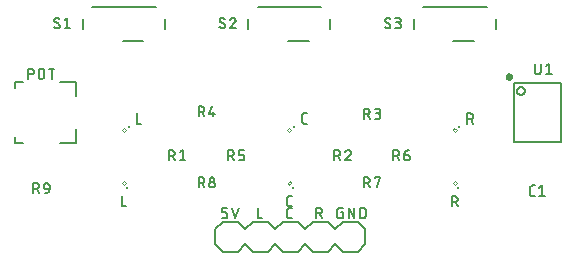
<source format=gbr>
G04 EAGLE Gerber RS-274X export*
G75*
%MOMM*%
%FSLAX34Y34*%
%LPD*%
%INSilkscreen Top*%
%IPPOS*%
%AMOC8*
5,1,8,0,0,1.08239X$1,22.5*%
G01*
%ADD10C,0.152400*%
%ADD11C,0.203200*%
%ADD12C,0.063400*%
%ADD13C,0.250000*%
%ADD14C,0.127000*%

G36*
X441895Y152055D02*
X441895Y152055D01*
X441897Y152057D01*
X441898Y152056D01*
X442569Y152291D01*
X442570Y152292D01*
X442571Y152292D01*
X443173Y152670D01*
X443174Y152672D01*
X443176Y152672D01*
X443678Y153174D01*
X443678Y153176D01*
X443680Y153177D01*
X444058Y153779D01*
X444058Y153780D01*
X444059Y153781D01*
X444294Y154452D01*
X444294Y154454D01*
X444295Y154455D01*
X444374Y155161D01*
X444374Y155162D01*
X444373Y155163D01*
X444374Y155164D01*
X444295Y155870D01*
X444293Y155872D01*
X444294Y155873D01*
X444059Y156544D01*
X444058Y156545D01*
X444058Y156546D01*
X443680Y157148D01*
X443678Y157149D01*
X443678Y157151D01*
X443176Y157653D01*
X443174Y157653D01*
X443173Y157655D01*
X442571Y158033D01*
X442570Y158033D01*
X442569Y158034D01*
X441898Y158269D01*
X441896Y158269D01*
X441895Y158270D01*
X441189Y158349D01*
X441187Y158348D01*
X441186Y158349D01*
X440480Y158270D01*
X440478Y158268D01*
X440477Y158269D01*
X439806Y158034D01*
X439805Y158033D01*
X439804Y158033D01*
X439202Y157655D01*
X439201Y157653D01*
X439199Y157653D01*
X438697Y157151D01*
X438697Y157149D01*
X438695Y157148D01*
X438317Y156546D01*
X438317Y156545D01*
X438316Y156544D01*
X438081Y155873D01*
X438082Y155871D01*
X438080Y155870D01*
X438001Y155164D01*
X438002Y155162D01*
X438001Y155161D01*
X438080Y154455D01*
X438082Y154453D01*
X438081Y154452D01*
X438316Y153781D01*
X438317Y153780D01*
X438317Y153779D01*
X438695Y153177D01*
X438697Y153176D01*
X438697Y153174D01*
X439199Y152672D01*
X439201Y152672D01*
X439202Y152670D01*
X439804Y152292D01*
X439805Y152292D01*
X439806Y152291D01*
X440477Y152056D01*
X440479Y152057D01*
X440480Y152055D01*
X441186Y151976D01*
X441188Y151977D01*
X441189Y151976D01*
X441895Y152055D01*
G37*
D10*
X113081Y54318D02*
X113081Y45682D01*
X116919Y45682D01*
X125762Y115762D02*
X125762Y124398D01*
X125762Y115762D02*
X129600Y115762D01*
X228081Y44398D02*
X228081Y35762D01*
X231919Y35762D01*
X267681Y115762D02*
X269600Y115762D01*
X267681Y115762D02*
X267595Y115764D01*
X267509Y115770D01*
X267423Y115779D01*
X267338Y115793D01*
X267254Y115810D01*
X267170Y115831D01*
X267088Y115856D01*
X267007Y115884D01*
X266927Y115916D01*
X266848Y115952D01*
X266772Y115991D01*
X266697Y116034D01*
X266624Y116079D01*
X266553Y116128D01*
X266485Y116181D01*
X266418Y116236D01*
X266355Y116294D01*
X266294Y116355D01*
X266236Y116418D01*
X266181Y116485D01*
X266128Y116553D01*
X266079Y116624D01*
X266034Y116697D01*
X265991Y116772D01*
X265952Y116848D01*
X265916Y116927D01*
X265884Y117007D01*
X265856Y117088D01*
X265831Y117170D01*
X265810Y117254D01*
X265793Y117338D01*
X265779Y117423D01*
X265770Y117509D01*
X265764Y117595D01*
X265762Y117681D01*
X265762Y122479D01*
X265764Y122565D01*
X265770Y122651D01*
X265779Y122737D01*
X265793Y122822D01*
X265810Y122906D01*
X265831Y122990D01*
X265856Y123072D01*
X265884Y123153D01*
X265916Y123233D01*
X265952Y123312D01*
X265991Y123388D01*
X266034Y123463D01*
X266079Y123536D01*
X266128Y123607D01*
X266181Y123675D01*
X266236Y123742D01*
X266294Y123805D01*
X266355Y123866D01*
X266418Y123924D01*
X266485Y123979D01*
X266553Y124031D01*
X266624Y124081D01*
X266697Y124126D01*
X266772Y124169D01*
X266848Y124208D01*
X266927Y124244D01*
X267007Y124276D01*
X267088Y124304D01*
X267170Y124329D01*
X267254Y124350D01*
X267338Y124367D01*
X267423Y124381D01*
X267509Y124390D01*
X267595Y124396D01*
X267681Y124398D01*
X269600Y124398D01*
X256919Y45682D02*
X255000Y45682D01*
X254914Y45684D01*
X254828Y45690D01*
X254742Y45699D01*
X254657Y45713D01*
X254573Y45730D01*
X254489Y45751D01*
X254407Y45776D01*
X254326Y45804D01*
X254246Y45836D01*
X254167Y45872D01*
X254091Y45911D01*
X254016Y45954D01*
X253943Y45999D01*
X253872Y46048D01*
X253804Y46101D01*
X253737Y46156D01*
X253674Y46214D01*
X253613Y46275D01*
X253555Y46338D01*
X253500Y46405D01*
X253447Y46473D01*
X253398Y46544D01*
X253353Y46617D01*
X253310Y46692D01*
X253271Y46768D01*
X253235Y46847D01*
X253203Y46927D01*
X253175Y47008D01*
X253150Y47090D01*
X253129Y47174D01*
X253112Y47258D01*
X253098Y47343D01*
X253089Y47429D01*
X253083Y47515D01*
X253081Y47601D01*
X253081Y52399D01*
X253083Y52485D01*
X253089Y52571D01*
X253098Y52657D01*
X253112Y52742D01*
X253129Y52826D01*
X253150Y52910D01*
X253175Y52992D01*
X253203Y53073D01*
X253235Y53153D01*
X253271Y53232D01*
X253310Y53308D01*
X253353Y53383D01*
X253398Y53456D01*
X253447Y53527D01*
X253500Y53595D01*
X253555Y53662D01*
X253613Y53725D01*
X253674Y53786D01*
X253737Y53844D01*
X253804Y53899D01*
X253872Y53951D01*
X253943Y54001D01*
X254016Y54046D01*
X254091Y54089D01*
X254167Y54128D01*
X254246Y54164D01*
X254326Y54196D01*
X254407Y54224D01*
X254489Y54249D01*
X254573Y54270D01*
X254657Y54287D01*
X254742Y54301D01*
X254828Y54310D01*
X254914Y54316D01*
X255000Y54318D01*
X256919Y54318D01*
X256919Y35762D02*
X255000Y35762D01*
X254914Y35764D01*
X254828Y35770D01*
X254742Y35779D01*
X254657Y35793D01*
X254573Y35810D01*
X254489Y35831D01*
X254407Y35856D01*
X254326Y35884D01*
X254246Y35916D01*
X254167Y35952D01*
X254091Y35991D01*
X254016Y36034D01*
X253943Y36079D01*
X253872Y36128D01*
X253804Y36181D01*
X253737Y36236D01*
X253674Y36294D01*
X253613Y36355D01*
X253555Y36418D01*
X253500Y36485D01*
X253447Y36553D01*
X253398Y36624D01*
X253353Y36697D01*
X253310Y36772D01*
X253271Y36848D01*
X253235Y36927D01*
X253203Y37007D01*
X253175Y37088D01*
X253150Y37170D01*
X253129Y37254D01*
X253112Y37338D01*
X253098Y37423D01*
X253089Y37509D01*
X253083Y37595D01*
X253081Y37681D01*
X253081Y42479D01*
X253083Y42565D01*
X253089Y42651D01*
X253098Y42737D01*
X253112Y42822D01*
X253129Y42906D01*
X253150Y42990D01*
X253175Y43072D01*
X253203Y43153D01*
X253235Y43233D01*
X253271Y43312D01*
X253310Y43388D01*
X253353Y43463D01*
X253398Y43536D01*
X253447Y43607D01*
X253500Y43675D01*
X253555Y43742D01*
X253613Y43805D01*
X253674Y43866D01*
X253737Y43924D01*
X253804Y43979D01*
X253872Y44031D01*
X253943Y44081D01*
X254016Y44126D01*
X254091Y44169D01*
X254167Y44208D01*
X254246Y44244D01*
X254326Y44276D01*
X254407Y44304D01*
X254489Y44329D01*
X254573Y44350D01*
X254657Y44367D01*
X254742Y44381D01*
X254828Y44390D01*
X254914Y44396D01*
X255000Y44398D01*
X256919Y44398D01*
X392601Y45682D02*
X392601Y54318D01*
X395000Y54318D01*
X395097Y54316D01*
X395193Y54310D01*
X395289Y54301D01*
X395385Y54287D01*
X395480Y54270D01*
X395574Y54248D01*
X395667Y54223D01*
X395760Y54195D01*
X395851Y54162D01*
X395940Y54126D01*
X396028Y54086D01*
X396115Y54043D01*
X396200Y53997D01*
X396282Y53947D01*
X396363Y53893D01*
X396441Y53837D01*
X396517Y53777D01*
X396591Y53715D01*
X396662Y53649D01*
X396730Y53581D01*
X396796Y53510D01*
X396858Y53436D01*
X396918Y53360D01*
X396974Y53282D01*
X397028Y53201D01*
X397078Y53118D01*
X397124Y53034D01*
X397167Y52947D01*
X397207Y52859D01*
X397243Y52770D01*
X397276Y52679D01*
X397304Y52586D01*
X397329Y52493D01*
X397351Y52399D01*
X397368Y52304D01*
X397382Y52208D01*
X397391Y52112D01*
X397397Y52016D01*
X397399Y51919D01*
X397397Y51822D01*
X397391Y51726D01*
X397382Y51630D01*
X397368Y51534D01*
X397351Y51439D01*
X397329Y51345D01*
X397304Y51252D01*
X397276Y51159D01*
X397243Y51068D01*
X397207Y50979D01*
X397167Y50891D01*
X397124Y50804D01*
X397078Y50719D01*
X397028Y50637D01*
X396974Y50556D01*
X396918Y50478D01*
X396858Y50402D01*
X396796Y50328D01*
X396730Y50257D01*
X396662Y50189D01*
X396591Y50123D01*
X396517Y50061D01*
X396441Y50001D01*
X396363Y49945D01*
X396282Y49891D01*
X396200Y49841D01*
X396115Y49795D01*
X396028Y49752D01*
X395940Y49712D01*
X395851Y49676D01*
X395760Y49643D01*
X395667Y49615D01*
X395574Y49590D01*
X395480Y49568D01*
X395385Y49551D01*
X395289Y49537D01*
X395193Y49528D01*
X395097Y49522D01*
X395000Y49520D01*
X392601Y49520D01*
X395480Y49520D02*
X397399Y45682D01*
X405762Y115762D02*
X405762Y124398D01*
X408161Y124398D01*
X408258Y124396D01*
X408354Y124390D01*
X408450Y124381D01*
X408546Y124367D01*
X408641Y124350D01*
X408735Y124328D01*
X408828Y124303D01*
X408921Y124275D01*
X409012Y124242D01*
X409101Y124206D01*
X409189Y124166D01*
X409276Y124123D01*
X409361Y124077D01*
X409443Y124027D01*
X409524Y123973D01*
X409602Y123917D01*
X409678Y123857D01*
X409752Y123795D01*
X409823Y123729D01*
X409891Y123661D01*
X409957Y123590D01*
X410019Y123516D01*
X410079Y123440D01*
X410135Y123362D01*
X410189Y123281D01*
X410239Y123198D01*
X410285Y123114D01*
X410328Y123027D01*
X410368Y122939D01*
X410404Y122850D01*
X410437Y122759D01*
X410465Y122666D01*
X410490Y122573D01*
X410512Y122479D01*
X410529Y122384D01*
X410543Y122288D01*
X410552Y122192D01*
X410558Y122096D01*
X410560Y121999D01*
X410558Y121902D01*
X410552Y121806D01*
X410543Y121710D01*
X410529Y121614D01*
X410512Y121519D01*
X410490Y121425D01*
X410465Y121332D01*
X410437Y121239D01*
X410404Y121148D01*
X410368Y121059D01*
X410328Y120971D01*
X410285Y120884D01*
X410239Y120799D01*
X410189Y120717D01*
X410135Y120636D01*
X410079Y120558D01*
X410019Y120482D01*
X409957Y120408D01*
X409891Y120337D01*
X409823Y120269D01*
X409752Y120203D01*
X409678Y120141D01*
X409602Y120081D01*
X409524Y120025D01*
X409443Y119971D01*
X409361Y119921D01*
X409276Y119875D01*
X409189Y119832D01*
X409101Y119792D01*
X409012Y119756D01*
X408921Y119723D01*
X408828Y119695D01*
X408735Y119670D01*
X408641Y119648D01*
X408546Y119631D01*
X408450Y119617D01*
X408354Y119608D01*
X408258Y119602D01*
X408161Y119600D01*
X405762Y119600D01*
X408641Y119600D02*
X410560Y115762D01*
X277601Y44398D02*
X277601Y35762D01*
X277601Y44398D02*
X280000Y44398D01*
X280097Y44396D01*
X280193Y44390D01*
X280289Y44381D01*
X280385Y44367D01*
X280480Y44350D01*
X280574Y44328D01*
X280667Y44303D01*
X280760Y44275D01*
X280851Y44242D01*
X280940Y44206D01*
X281028Y44166D01*
X281115Y44123D01*
X281200Y44077D01*
X281282Y44027D01*
X281363Y43973D01*
X281441Y43917D01*
X281517Y43857D01*
X281591Y43795D01*
X281662Y43729D01*
X281730Y43661D01*
X281796Y43590D01*
X281858Y43516D01*
X281918Y43440D01*
X281974Y43362D01*
X282028Y43281D01*
X282078Y43198D01*
X282124Y43114D01*
X282167Y43027D01*
X282207Y42939D01*
X282243Y42850D01*
X282276Y42759D01*
X282304Y42666D01*
X282329Y42573D01*
X282351Y42479D01*
X282368Y42384D01*
X282382Y42288D01*
X282391Y42192D01*
X282397Y42096D01*
X282399Y41999D01*
X282397Y41902D01*
X282391Y41806D01*
X282382Y41710D01*
X282368Y41614D01*
X282351Y41519D01*
X282329Y41425D01*
X282304Y41332D01*
X282276Y41239D01*
X282243Y41148D01*
X282207Y41059D01*
X282167Y40971D01*
X282124Y40884D01*
X282078Y40799D01*
X282028Y40717D01*
X281974Y40636D01*
X281918Y40558D01*
X281858Y40482D01*
X281796Y40408D01*
X281730Y40337D01*
X281662Y40269D01*
X281591Y40203D01*
X281517Y40141D01*
X281441Y40081D01*
X281363Y40025D01*
X281282Y39971D01*
X281200Y39921D01*
X281115Y39875D01*
X281028Y39832D01*
X280940Y39792D01*
X280851Y39756D01*
X280760Y39723D01*
X280667Y39695D01*
X280574Y39670D01*
X280480Y39648D01*
X280385Y39631D01*
X280289Y39617D01*
X280193Y39608D01*
X280097Y39602D01*
X280000Y39600D01*
X277601Y39600D01*
X280480Y39600D02*
X282399Y35762D01*
X200668Y35762D02*
X197789Y35762D01*
X200668Y35762D02*
X200754Y35764D01*
X200840Y35770D01*
X200926Y35779D01*
X201011Y35793D01*
X201095Y35810D01*
X201179Y35831D01*
X201261Y35856D01*
X201342Y35884D01*
X201422Y35916D01*
X201501Y35952D01*
X201577Y35991D01*
X201652Y36034D01*
X201725Y36079D01*
X201796Y36129D01*
X201864Y36181D01*
X201931Y36236D01*
X201994Y36294D01*
X202055Y36355D01*
X202113Y36418D01*
X202168Y36485D01*
X202221Y36553D01*
X202270Y36624D01*
X202315Y36697D01*
X202358Y36772D01*
X202397Y36848D01*
X202433Y36927D01*
X202465Y37007D01*
X202493Y37088D01*
X202518Y37171D01*
X202539Y37254D01*
X202556Y37338D01*
X202570Y37423D01*
X202579Y37509D01*
X202585Y37595D01*
X202587Y37681D01*
X202587Y38641D01*
X202585Y38727D01*
X202579Y38813D01*
X202570Y38899D01*
X202556Y38984D01*
X202539Y39068D01*
X202518Y39152D01*
X202493Y39234D01*
X202465Y39315D01*
X202433Y39395D01*
X202397Y39474D01*
X202358Y39550D01*
X202315Y39625D01*
X202270Y39698D01*
X202221Y39769D01*
X202168Y39837D01*
X202113Y39904D01*
X202055Y39967D01*
X201994Y40028D01*
X201931Y40086D01*
X201864Y40141D01*
X201796Y40194D01*
X201725Y40243D01*
X201652Y40288D01*
X201577Y40331D01*
X201501Y40370D01*
X201422Y40406D01*
X201342Y40438D01*
X201261Y40466D01*
X201179Y40491D01*
X201095Y40512D01*
X201011Y40529D01*
X200926Y40543D01*
X200840Y40552D01*
X200754Y40558D01*
X200668Y40560D01*
X197789Y40560D01*
X197789Y44398D01*
X202587Y44398D01*
X206453Y44398D02*
X209332Y35762D01*
X212211Y44398D01*
X298706Y40560D02*
X300145Y40560D01*
X300145Y35762D01*
X297267Y35762D01*
X297181Y35764D01*
X297095Y35770D01*
X297009Y35779D01*
X296924Y35793D01*
X296840Y35810D01*
X296756Y35831D01*
X296674Y35856D01*
X296593Y35884D01*
X296513Y35916D01*
X296434Y35952D01*
X296358Y35991D01*
X296283Y36034D01*
X296210Y36079D01*
X296139Y36128D01*
X296071Y36181D01*
X296004Y36236D01*
X295941Y36294D01*
X295880Y36355D01*
X295822Y36418D01*
X295767Y36485D01*
X295714Y36553D01*
X295665Y36624D01*
X295620Y36697D01*
X295577Y36772D01*
X295538Y36848D01*
X295502Y36927D01*
X295470Y37007D01*
X295442Y37088D01*
X295417Y37170D01*
X295396Y37254D01*
X295379Y37338D01*
X295365Y37423D01*
X295356Y37509D01*
X295350Y37595D01*
X295348Y37681D01*
X295348Y42479D01*
X295350Y42565D01*
X295356Y42651D01*
X295365Y42737D01*
X295379Y42822D01*
X295396Y42906D01*
X295417Y42990D01*
X295442Y43072D01*
X295470Y43153D01*
X295502Y43233D01*
X295538Y43312D01*
X295577Y43388D01*
X295620Y43463D01*
X295665Y43536D01*
X295714Y43607D01*
X295767Y43675D01*
X295822Y43742D01*
X295880Y43805D01*
X295941Y43866D01*
X296004Y43924D01*
X296071Y43979D01*
X296139Y44031D01*
X296210Y44081D01*
X296283Y44126D01*
X296358Y44169D01*
X296434Y44208D01*
X296513Y44244D01*
X296593Y44276D01*
X296674Y44304D01*
X296756Y44329D01*
X296840Y44350D01*
X296924Y44367D01*
X297009Y44381D01*
X297095Y44390D01*
X297181Y44396D01*
X297267Y44398D01*
X300145Y44398D01*
X305101Y44398D02*
X305101Y35762D01*
X309899Y35762D02*
X305101Y44398D01*
X309899Y44398D02*
X309899Y35762D01*
X314855Y35762D02*
X314855Y44398D01*
X317254Y44398D01*
X317351Y44396D01*
X317447Y44390D01*
X317543Y44381D01*
X317639Y44367D01*
X317734Y44350D01*
X317828Y44328D01*
X317921Y44303D01*
X318014Y44275D01*
X318105Y44242D01*
X318194Y44206D01*
X318282Y44166D01*
X318369Y44123D01*
X318454Y44077D01*
X318536Y44027D01*
X318617Y43973D01*
X318695Y43917D01*
X318771Y43857D01*
X318845Y43795D01*
X318916Y43729D01*
X318984Y43661D01*
X319050Y43590D01*
X319112Y43516D01*
X319172Y43440D01*
X319228Y43362D01*
X319282Y43281D01*
X319332Y43199D01*
X319378Y43114D01*
X319421Y43027D01*
X319461Y42939D01*
X319497Y42850D01*
X319530Y42759D01*
X319558Y42666D01*
X319583Y42573D01*
X319605Y42479D01*
X319622Y42384D01*
X319636Y42288D01*
X319645Y42192D01*
X319651Y42096D01*
X319653Y41999D01*
X319652Y41999D02*
X319652Y38161D01*
X319653Y38161D02*
X319651Y38064D01*
X319645Y37968D01*
X319636Y37872D01*
X319622Y37776D01*
X319605Y37681D01*
X319583Y37587D01*
X319558Y37494D01*
X319530Y37401D01*
X319497Y37310D01*
X319461Y37221D01*
X319421Y37133D01*
X319378Y37046D01*
X319332Y36961D01*
X319282Y36879D01*
X319228Y36798D01*
X319172Y36720D01*
X319112Y36644D01*
X319050Y36570D01*
X318984Y36499D01*
X318916Y36431D01*
X318845Y36365D01*
X318771Y36303D01*
X318695Y36243D01*
X318617Y36187D01*
X318536Y36133D01*
X318454Y36083D01*
X318369Y36037D01*
X318282Y35994D01*
X318194Y35954D01*
X318105Y35918D01*
X318014Y35885D01*
X317921Y35857D01*
X317828Y35832D01*
X317734Y35810D01*
X317639Y35793D01*
X317543Y35779D01*
X317447Y35770D01*
X317351Y35764D01*
X317254Y35762D01*
X314855Y35762D01*
X460691Y54652D02*
X462610Y54652D01*
X460691Y54652D02*
X460605Y54654D01*
X460519Y54660D01*
X460433Y54669D01*
X460348Y54683D01*
X460264Y54700D01*
X460180Y54721D01*
X460098Y54746D01*
X460017Y54774D01*
X459937Y54806D01*
X459858Y54842D01*
X459782Y54881D01*
X459707Y54924D01*
X459634Y54969D01*
X459563Y55018D01*
X459495Y55071D01*
X459428Y55126D01*
X459365Y55184D01*
X459304Y55245D01*
X459246Y55308D01*
X459191Y55375D01*
X459138Y55443D01*
X459089Y55514D01*
X459044Y55587D01*
X459001Y55662D01*
X458962Y55738D01*
X458926Y55817D01*
X458894Y55897D01*
X458866Y55978D01*
X458841Y56060D01*
X458820Y56144D01*
X458803Y56228D01*
X458789Y56313D01*
X458780Y56399D01*
X458774Y56485D01*
X458772Y56571D01*
X458772Y61369D01*
X458774Y61455D01*
X458780Y61541D01*
X458789Y61627D01*
X458803Y61712D01*
X458820Y61796D01*
X458841Y61880D01*
X458866Y61962D01*
X458894Y62043D01*
X458926Y62123D01*
X458962Y62202D01*
X459001Y62278D01*
X459044Y62353D01*
X459089Y62426D01*
X459138Y62497D01*
X459191Y62565D01*
X459246Y62632D01*
X459304Y62695D01*
X459365Y62756D01*
X459428Y62814D01*
X459495Y62869D01*
X459563Y62921D01*
X459634Y62971D01*
X459707Y63016D01*
X459782Y63059D01*
X459858Y63098D01*
X459937Y63134D01*
X460017Y63166D01*
X460098Y63194D01*
X460180Y63219D01*
X460264Y63240D01*
X460348Y63257D01*
X460433Y63271D01*
X460519Y63280D01*
X460605Y63286D01*
X460691Y63288D01*
X462610Y63288D01*
X466430Y61369D02*
X468829Y63288D01*
X468829Y54652D01*
X466430Y54652D02*
X471228Y54652D01*
D11*
X287550Y32700D02*
X274850Y32700D01*
X287550Y32700D02*
X293900Y26350D01*
X293900Y13650D02*
X287550Y7300D01*
X293900Y26350D02*
X300250Y32700D01*
X312950Y32700D01*
X319300Y26350D01*
X319300Y13650D02*
X312950Y7300D01*
X300250Y7300D01*
X293900Y13650D01*
X249450Y32700D02*
X243100Y26350D01*
X249450Y32700D02*
X262150Y32700D01*
X268500Y26350D01*
X268500Y13650D02*
X262150Y7300D01*
X249450Y7300D01*
X243100Y13650D01*
X268500Y26350D02*
X274850Y32700D01*
X268500Y13650D02*
X274850Y7300D01*
X287550Y7300D01*
X211350Y32700D02*
X198650Y32700D01*
X211350Y32700D02*
X217700Y26350D01*
X217700Y13650D02*
X211350Y7300D01*
X217700Y26350D02*
X224050Y32700D01*
X236750Y32700D01*
X243100Y26350D01*
X243100Y13650D02*
X236750Y7300D01*
X224050Y7300D01*
X217700Y13650D01*
X192300Y13650D02*
X192300Y26350D01*
X198650Y32700D01*
X192300Y13650D02*
X198650Y7300D01*
X211350Y7300D01*
X319300Y13650D02*
X319300Y26350D01*
D12*
X396500Y110000D02*
X394750Y111750D01*
X396500Y110000D02*
X395000Y108500D01*
X393250Y110250D01*
X394750Y111750D01*
D13*
X399000Y112750D03*
D12*
X256500Y110000D02*
X254750Y111750D01*
X256500Y110000D02*
X255000Y108500D01*
X253250Y110250D01*
X254750Y111750D01*
D13*
X259000Y112750D03*
D12*
X116500Y110000D02*
X114750Y111750D01*
X116500Y110000D02*
X115000Y108500D01*
X113250Y110250D01*
X114750Y111750D01*
D13*
X119000Y112750D03*
D10*
X153071Y93288D02*
X153071Y84652D01*
X153071Y93288D02*
X155470Y93288D01*
X155567Y93286D01*
X155663Y93280D01*
X155759Y93271D01*
X155855Y93257D01*
X155950Y93240D01*
X156044Y93218D01*
X156137Y93193D01*
X156230Y93165D01*
X156321Y93132D01*
X156410Y93096D01*
X156498Y93056D01*
X156585Y93013D01*
X156670Y92967D01*
X156752Y92917D01*
X156833Y92863D01*
X156911Y92807D01*
X156987Y92747D01*
X157061Y92685D01*
X157132Y92619D01*
X157200Y92551D01*
X157266Y92480D01*
X157328Y92406D01*
X157388Y92330D01*
X157444Y92252D01*
X157498Y92171D01*
X157548Y92088D01*
X157594Y92004D01*
X157637Y91917D01*
X157677Y91829D01*
X157713Y91740D01*
X157746Y91649D01*
X157774Y91556D01*
X157799Y91463D01*
X157821Y91369D01*
X157838Y91274D01*
X157852Y91178D01*
X157861Y91082D01*
X157867Y90986D01*
X157869Y90889D01*
X157867Y90792D01*
X157861Y90696D01*
X157852Y90600D01*
X157838Y90504D01*
X157821Y90409D01*
X157799Y90315D01*
X157774Y90222D01*
X157746Y90129D01*
X157713Y90038D01*
X157677Y89949D01*
X157637Y89861D01*
X157594Y89774D01*
X157548Y89689D01*
X157498Y89607D01*
X157444Y89526D01*
X157388Y89448D01*
X157328Y89372D01*
X157266Y89298D01*
X157200Y89227D01*
X157132Y89159D01*
X157061Y89093D01*
X156987Y89031D01*
X156911Y88971D01*
X156833Y88915D01*
X156752Y88861D01*
X156670Y88811D01*
X156585Y88765D01*
X156498Y88722D01*
X156410Y88682D01*
X156321Y88646D01*
X156230Y88613D01*
X156137Y88585D01*
X156044Y88560D01*
X155950Y88538D01*
X155855Y88521D01*
X155759Y88507D01*
X155663Y88498D01*
X155567Y88492D01*
X155470Y88490D01*
X153071Y88490D01*
X155950Y88490D02*
X157869Y84652D01*
X162131Y91369D02*
X164530Y93288D01*
X164530Y84652D01*
X162131Y84652D02*
X166929Y84652D01*
X293071Y84652D02*
X293071Y93288D01*
X295470Y93288D01*
X295567Y93286D01*
X295663Y93280D01*
X295759Y93271D01*
X295855Y93257D01*
X295950Y93240D01*
X296044Y93218D01*
X296137Y93193D01*
X296230Y93165D01*
X296321Y93132D01*
X296410Y93096D01*
X296498Y93056D01*
X296585Y93013D01*
X296670Y92967D01*
X296752Y92917D01*
X296833Y92863D01*
X296911Y92807D01*
X296987Y92747D01*
X297061Y92685D01*
X297132Y92619D01*
X297200Y92551D01*
X297266Y92480D01*
X297328Y92406D01*
X297388Y92330D01*
X297444Y92252D01*
X297498Y92171D01*
X297548Y92088D01*
X297594Y92004D01*
X297637Y91917D01*
X297677Y91829D01*
X297713Y91740D01*
X297746Y91649D01*
X297774Y91556D01*
X297799Y91463D01*
X297821Y91369D01*
X297838Y91274D01*
X297852Y91178D01*
X297861Y91082D01*
X297867Y90986D01*
X297869Y90889D01*
X297867Y90792D01*
X297861Y90696D01*
X297852Y90600D01*
X297838Y90504D01*
X297821Y90409D01*
X297799Y90315D01*
X297774Y90222D01*
X297746Y90129D01*
X297713Y90038D01*
X297677Y89949D01*
X297637Y89861D01*
X297594Y89774D01*
X297548Y89689D01*
X297498Y89607D01*
X297444Y89526D01*
X297388Y89448D01*
X297328Y89372D01*
X297266Y89298D01*
X297200Y89227D01*
X297132Y89159D01*
X297061Y89093D01*
X296987Y89031D01*
X296911Y88971D01*
X296833Y88915D01*
X296752Y88861D01*
X296670Y88811D01*
X296585Y88765D01*
X296498Y88722D01*
X296410Y88682D01*
X296321Y88646D01*
X296230Y88613D01*
X296137Y88585D01*
X296044Y88560D01*
X295950Y88538D01*
X295855Y88521D01*
X295759Y88507D01*
X295663Y88498D01*
X295567Y88492D01*
X295470Y88490D01*
X293071Y88490D01*
X295950Y88490D02*
X297869Y84652D01*
X304770Y93288D02*
X304862Y93286D01*
X304953Y93280D01*
X305044Y93271D01*
X305135Y93257D01*
X305225Y93240D01*
X305314Y93218D01*
X305402Y93193D01*
X305489Y93165D01*
X305575Y93132D01*
X305659Y93096D01*
X305742Y93057D01*
X305823Y93014D01*
X305902Y92967D01*
X305979Y92918D01*
X306054Y92865D01*
X306126Y92809D01*
X306196Y92750D01*
X306264Y92688D01*
X306329Y92623D01*
X306391Y92555D01*
X306450Y92485D01*
X306506Y92413D01*
X306559Y92338D01*
X306608Y92261D01*
X306655Y92182D01*
X306698Y92101D01*
X306737Y92018D01*
X306773Y91934D01*
X306806Y91848D01*
X306834Y91761D01*
X306859Y91673D01*
X306881Y91584D01*
X306898Y91494D01*
X306912Y91403D01*
X306921Y91312D01*
X306927Y91221D01*
X306929Y91129D01*
X304770Y93288D02*
X304667Y93286D01*
X304565Y93280D01*
X304463Y93271D01*
X304361Y93258D01*
X304260Y93241D01*
X304159Y93220D01*
X304060Y93196D01*
X303961Y93167D01*
X303864Y93136D01*
X303767Y93100D01*
X303672Y93062D01*
X303579Y93019D01*
X303487Y92973D01*
X303397Y92924D01*
X303309Y92872D01*
X303222Y92816D01*
X303138Y92757D01*
X303057Y92696D01*
X302977Y92631D01*
X302900Y92563D01*
X302825Y92492D01*
X302754Y92419D01*
X302685Y92343D01*
X302618Y92265D01*
X302555Y92184D01*
X302495Y92101D01*
X302438Y92016D01*
X302384Y91929D01*
X302333Y91839D01*
X302286Y91748D01*
X302242Y91656D01*
X302201Y91561D01*
X302164Y91466D01*
X302131Y91369D01*
X306209Y89450D02*
X306276Y89516D01*
X306340Y89585D01*
X306401Y89656D01*
X306459Y89730D01*
X306514Y89806D01*
X306566Y89884D01*
X306615Y89964D01*
X306661Y90046D01*
X306703Y90130D01*
X306742Y90216D01*
X306777Y90303D01*
X306808Y90391D01*
X306836Y90481D01*
X306861Y90571D01*
X306882Y90663D01*
X306899Y90755D01*
X306912Y90848D01*
X306921Y90941D01*
X306927Y91035D01*
X306929Y91129D01*
X306209Y89450D02*
X302131Y84652D01*
X306929Y84652D01*
X318071Y119652D02*
X318071Y128288D01*
X320470Y128288D01*
X320567Y128286D01*
X320663Y128280D01*
X320759Y128271D01*
X320855Y128257D01*
X320950Y128240D01*
X321044Y128218D01*
X321137Y128193D01*
X321230Y128165D01*
X321321Y128132D01*
X321410Y128096D01*
X321498Y128056D01*
X321585Y128013D01*
X321670Y127967D01*
X321752Y127917D01*
X321833Y127863D01*
X321911Y127807D01*
X321987Y127747D01*
X322061Y127685D01*
X322132Y127619D01*
X322200Y127551D01*
X322266Y127480D01*
X322328Y127406D01*
X322388Y127330D01*
X322444Y127252D01*
X322498Y127171D01*
X322548Y127088D01*
X322594Y127004D01*
X322637Y126917D01*
X322677Y126829D01*
X322713Y126740D01*
X322746Y126649D01*
X322774Y126556D01*
X322799Y126463D01*
X322821Y126369D01*
X322838Y126274D01*
X322852Y126178D01*
X322861Y126082D01*
X322867Y125986D01*
X322869Y125889D01*
X322867Y125792D01*
X322861Y125696D01*
X322852Y125600D01*
X322838Y125504D01*
X322821Y125409D01*
X322799Y125315D01*
X322774Y125222D01*
X322746Y125129D01*
X322713Y125038D01*
X322677Y124949D01*
X322637Y124861D01*
X322594Y124774D01*
X322548Y124689D01*
X322498Y124607D01*
X322444Y124526D01*
X322388Y124448D01*
X322328Y124372D01*
X322266Y124298D01*
X322200Y124227D01*
X322132Y124159D01*
X322061Y124093D01*
X321987Y124031D01*
X321911Y123971D01*
X321833Y123915D01*
X321752Y123861D01*
X321670Y123811D01*
X321585Y123765D01*
X321498Y123722D01*
X321410Y123682D01*
X321321Y123646D01*
X321230Y123613D01*
X321137Y123585D01*
X321044Y123560D01*
X320950Y123538D01*
X320855Y123521D01*
X320759Y123507D01*
X320663Y123498D01*
X320567Y123492D01*
X320470Y123490D01*
X318071Y123490D01*
X320950Y123490D02*
X322869Y119652D01*
X327131Y119652D02*
X329530Y119652D01*
X329627Y119654D01*
X329723Y119660D01*
X329819Y119669D01*
X329915Y119683D01*
X330010Y119700D01*
X330104Y119722D01*
X330197Y119747D01*
X330290Y119775D01*
X330381Y119808D01*
X330470Y119844D01*
X330558Y119884D01*
X330645Y119927D01*
X330730Y119973D01*
X330812Y120023D01*
X330893Y120077D01*
X330971Y120133D01*
X331047Y120193D01*
X331121Y120255D01*
X331192Y120321D01*
X331260Y120389D01*
X331326Y120460D01*
X331388Y120534D01*
X331448Y120610D01*
X331504Y120688D01*
X331558Y120769D01*
X331608Y120851D01*
X331654Y120936D01*
X331697Y121023D01*
X331737Y121111D01*
X331773Y121200D01*
X331806Y121291D01*
X331834Y121384D01*
X331859Y121477D01*
X331881Y121571D01*
X331898Y121666D01*
X331912Y121762D01*
X331921Y121858D01*
X331927Y121954D01*
X331929Y122051D01*
X331927Y122148D01*
X331921Y122244D01*
X331912Y122340D01*
X331898Y122436D01*
X331881Y122531D01*
X331859Y122625D01*
X331834Y122718D01*
X331806Y122811D01*
X331773Y122902D01*
X331737Y122991D01*
X331697Y123079D01*
X331654Y123166D01*
X331608Y123250D01*
X331558Y123333D01*
X331504Y123414D01*
X331448Y123492D01*
X331388Y123568D01*
X331326Y123642D01*
X331260Y123713D01*
X331192Y123781D01*
X331121Y123847D01*
X331047Y123909D01*
X330971Y123969D01*
X330893Y124025D01*
X330812Y124079D01*
X330730Y124129D01*
X330645Y124175D01*
X330558Y124218D01*
X330470Y124258D01*
X330381Y124294D01*
X330290Y124327D01*
X330197Y124355D01*
X330104Y124380D01*
X330010Y124402D01*
X329915Y124419D01*
X329819Y124433D01*
X329723Y124442D01*
X329627Y124448D01*
X329530Y124450D01*
X330009Y128288D02*
X327131Y128288D01*
X330009Y128288D02*
X330095Y128286D01*
X330181Y128280D01*
X330267Y128271D01*
X330352Y128257D01*
X330436Y128240D01*
X330520Y128219D01*
X330602Y128194D01*
X330683Y128166D01*
X330763Y128134D01*
X330842Y128098D01*
X330918Y128059D01*
X330993Y128016D01*
X331066Y127971D01*
X331137Y127922D01*
X331205Y127869D01*
X331272Y127814D01*
X331335Y127756D01*
X331396Y127695D01*
X331454Y127632D01*
X331509Y127565D01*
X331562Y127497D01*
X331611Y127426D01*
X331656Y127353D01*
X331699Y127278D01*
X331738Y127202D01*
X331774Y127123D01*
X331806Y127043D01*
X331834Y126962D01*
X331859Y126880D01*
X331880Y126796D01*
X331897Y126712D01*
X331911Y126627D01*
X331920Y126541D01*
X331926Y126455D01*
X331928Y126369D01*
X331926Y126283D01*
X331920Y126197D01*
X331911Y126111D01*
X331897Y126026D01*
X331880Y125942D01*
X331859Y125858D01*
X331834Y125776D01*
X331806Y125695D01*
X331774Y125615D01*
X331738Y125536D01*
X331699Y125460D01*
X331656Y125385D01*
X331611Y125312D01*
X331562Y125241D01*
X331509Y125173D01*
X331454Y125106D01*
X331396Y125043D01*
X331335Y124982D01*
X331272Y124924D01*
X331205Y124869D01*
X331137Y124816D01*
X331066Y124767D01*
X330993Y124722D01*
X330918Y124679D01*
X330842Y124640D01*
X330763Y124604D01*
X330683Y124572D01*
X330602Y124544D01*
X330520Y124519D01*
X330436Y124498D01*
X330352Y124481D01*
X330267Y124467D01*
X330181Y124458D01*
X330095Y124452D01*
X330009Y124450D01*
X328090Y124450D01*
X178071Y121712D02*
X178071Y130348D01*
X180470Y130348D01*
X180567Y130346D01*
X180663Y130340D01*
X180759Y130331D01*
X180855Y130317D01*
X180950Y130300D01*
X181044Y130278D01*
X181137Y130253D01*
X181230Y130225D01*
X181321Y130192D01*
X181410Y130156D01*
X181498Y130116D01*
X181585Y130073D01*
X181670Y130027D01*
X181752Y129977D01*
X181833Y129923D01*
X181911Y129867D01*
X181987Y129807D01*
X182061Y129745D01*
X182132Y129679D01*
X182200Y129611D01*
X182266Y129540D01*
X182328Y129466D01*
X182388Y129390D01*
X182444Y129312D01*
X182498Y129231D01*
X182548Y129148D01*
X182594Y129064D01*
X182637Y128977D01*
X182677Y128889D01*
X182713Y128800D01*
X182746Y128709D01*
X182774Y128616D01*
X182799Y128523D01*
X182821Y128429D01*
X182838Y128334D01*
X182852Y128238D01*
X182861Y128142D01*
X182867Y128046D01*
X182869Y127949D01*
X182867Y127852D01*
X182861Y127756D01*
X182852Y127660D01*
X182838Y127564D01*
X182821Y127469D01*
X182799Y127375D01*
X182774Y127282D01*
X182746Y127189D01*
X182713Y127098D01*
X182677Y127009D01*
X182637Y126921D01*
X182594Y126834D01*
X182548Y126749D01*
X182498Y126667D01*
X182444Y126586D01*
X182388Y126508D01*
X182328Y126432D01*
X182266Y126358D01*
X182200Y126287D01*
X182132Y126219D01*
X182061Y126153D01*
X181987Y126091D01*
X181911Y126031D01*
X181833Y125975D01*
X181752Y125921D01*
X181670Y125871D01*
X181585Y125825D01*
X181498Y125782D01*
X181410Y125742D01*
X181321Y125706D01*
X181230Y125673D01*
X181137Y125645D01*
X181044Y125620D01*
X180950Y125598D01*
X180855Y125581D01*
X180759Y125567D01*
X180663Y125558D01*
X180567Y125552D01*
X180470Y125550D01*
X178071Y125550D01*
X180950Y125550D02*
X182869Y121712D01*
X187131Y123631D02*
X189050Y130348D01*
X187131Y123631D02*
X191929Y123631D01*
X190489Y125550D02*
X190489Y121712D01*
X203071Y93288D02*
X203071Y84652D01*
X203071Y93288D02*
X205470Y93288D01*
X205567Y93286D01*
X205663Y93280D01*
X205759Y93271D01*
X205855Y93257D01*
X205950Y93240D01*
X206044Y93218D01*
X206137Y93193D01*
X206230Y93165D01*
X206321Y93132D01*
X206410Y93096D01*
X206498Y93056D01*
X206585Y93013D01*
X206670Y92967D01*
X206752Y92917D01*
X206833Y92863D01*
X206911Y92807D01*
X206987Y92747D01*
X207061Y92685D01*
X207132Y92619D01*
X207200Y92551D01*
X207266Y92480D01*
X207328Y92406D01*
X207388Y92330D01*
X207444Y92252D01*
X207498Y92171D01*
X207548Y92088D01*
X207594Y92004D01*
X207637Y91917D01*
X207677Y91829D01*
X207713Y91740D01*
X207746Y91649D01*
X207774Y91556D01*
X207799Y91463D01*
X207821Y91369D01*
X207838Y91274D01*
X207852Y91178D01*
X207861Y91082D01*
X207867Y90986D01*
X207869Y90889D01*
X207867Y90792D01*
X207861Y90696D01*
X207852Y90600D01*
X207838Y90504D01*
X207821Y90409D01*
X207799Y90315D01*
X207774Y90222D01*
X207746Y90129D01*
X207713Y90038D01*
X207677Y89949D01*
X207637Y89861D01*
X207594Y89774D01*
X207548Y89689D01*
X207498Y89607D01*
X207444Y89526D01*
X207388Y89448D01*
X207328Y89372D01*
X207266Y89298D01*
X207200Y89227D01*
X207132Y89159D01*
X207061Y89093D01*
X206987Y89031D01*
X206911Y88971D01*
X206833Y88915D01*
X206752Y88861D01*
X206670Y88811D01*
X206585Y88765D01*
X206498Y88722D01*
X206410Y88682D01*
X206321Y88646D01*
X206230Y88613D01*
X206137Y88585D01*
X206044Y88560D01*
X205950Y88538D01*
X205855Y88521D01*
X205759Y88507D01*
X205663Y88498D01*
X205567Y88492D01*
X205470Y88490D01*
X203071Y88490D01*
X205950Y88490D02*
X207869Y84652D01*
X212131Y84652D02*
X215009Y84652D01*
X215095Y84654D01*
X215181Y84660D01*
X215267Y84669D01*
X215352Y84683D01*
X215436Y84700D01*
X215520Y84721D01*
X215602Y84746D01*
X215683Y84774D01*
X215763Y84806D01*
X215842Y84842D01*
X215918Y84881D01*
X215993Y84924D01*
X216066Y84969D01*
X216137Y85019D01*
X216205Y85071D01*
X216272Y85126D01*
X216335Y85184D01*
X216396Y85245D01*
X216454Y85308D01*
X216509Y85375D01*
X216562Y85443D01*
X216611Y85514D01*
X216656Y85587D01*
X216699Y85662D01*
X216738Y85738D01*
X216774Y85817D01*
X216806Y85897D01*
X216834Y85978D01*
X216859Y86061D01*
X216880Y86144D01*
X216897Y86228D01*
X216911Y86313D01*
X216920Y86399D01*
X216926Y86485D01*
X216928Y86571D01*
X216929Y86571D02*
X216929Y87531D01*
X216928Y87531D02*
X216926Y87617D01*
X216920Y87703D01*
X216911Y87789D01*
X216897Y87874D01*
X216880Y87958D01*
X216859Y88042D01*
X216834Y88124D01*
X216806Y88205D01*
X216774Y88285D01*
X216738Y88364D01*
X216699Y88440D01*
X216656Y88515D01*
X216611Y88588D01*
X216562Y88659D01*
X216509Y88727D01*
X216454Y88794D01*
X216396Y88857D01*
X216335Y88918D01*
X216272Y88976D01*
X216205Y89031D01*
X216137Y89084D01*
X216066Y89133D01*
X215993Y89178D01*
X215918Y89221D01*
X215842Y89260D01*
X215763Y89296D01*
X215683Y89328D01*
X215602Y89356D01*
X215520Y89381D01*
X215436Y89402D01*
X215352Y89419D01*
X215267Y89433D01*
X215181Y89442D01*
X215095Y89448D01*
X215009Y89450D01*
X212131Y89450D01*
X212131Y93288D01*
X216929Y93288D01*
X343071Y93288D02*
X343071Y84652D01*
X343071Y93288D02*
X345470Y93288D01*
X345567Y93286D01*
X345663Y93280D01*
X345759Y93271D01*
X345855Y93257D01*
X345950Y93240D01*
X346044Y93218D01*
X346137Y93193D01*
X346230Y93165D01*
X346321Y93132D01*
X346410Y93096D01*
X346498Y93056D01*
X346585Y93013D01*
X346670Y92967D01*
X346752Y92917D01*
X346833Y92863D01*
X346911Y92807D01*
X346987Y92747D01*
X347061Y92685D01*
X347132Y92619D01*
X347200Y92551D01*
X347266Y92480D01*
X347328Y92406D01*
X347388Y92330D01*
X347444Y92252D01*
X347498Y92171D01*
X347548Y92088D01*
X347594Y92004D01*
X347637Y91917D01*
X347677Y91829D01*
X347713Y91740D01*
X347746Y91649D01*
X347774Y91556D01*
X347799Y91463D01*
X347821Y91369D01*
X347838Y91274D01*
X347852Y91178D01*
X347861Y91082D01*
X347867Y90986D01*
X347869Y90889D01*
X347867Y90792D01*
X347861Y90696D01*
X347852Y90600D01*
X347838Y90504D01*
X347821Y90409D01*
X347799Y90315D01*
X347774Y90222D01*
X347746Y90129D01*
X347713Y90038D01*
X347677Y89949D01*
X347637Y89861D01*
X347594Y89774D01*
X347548Y89689D01*
X347498Y89607D01*
X347444Y89526D01*
X347388Y89448D01*
X347328Y89372D01*
X347266Y89298D01*
X347200Y89227D01*
X347132Y89159D01*
X347061Y89093D01*
X346987Y89031D01*
X346911Y88971D01*
X346833Y88915D01*
X346752Y88861D01*
X346670Y88811D01*
X346585Y88765D01*
X346498Y88722D01*
X346410Y88682D01*
X346321Y88646D01*
X346230Y88613D01*
X346137Y88585D01*
X346044Y88560D01*
X345950Y88538D01*
X345855Y88521D01*
X345759Y88507D01*
X345663Y88498D01*
X345567Y88492D01*
X345470Y88490D01*
X343071Y88490D01*
X345950Y88490D02*
X347869Y84652D01*
X352131Y89450D02*
X355009Y89450D01*
X355095Y89448D01*
X355181Y89442D01*
X355267Y89433D01*
X355352Y89419D01*
X355436Y89402D01*
X355520Y89381D01*
X355602Y89356D01*
X355683Y89328D01*
X355763Y89296D01*
X355842Y89260D01*
X355918Y89221D01*
X355993Y89178D01*
X356066Y89133D01*
X356137Y89084D01*
X356205Y89031D01*
X356272Y88976D01*
X356335Y88918D01*
X356396Y88857D01*
X356454Y88794D01*
X356509Y88727D01*
X356562Y88659D01*
X356611Y88588D01*
X356656Y88515D01*
X356699Y88440D01*
X356738Y88364D01*
X356774Y88285D01*
X356806Y88205D01*
X356834Y88124D01*
X356859Y88042D01*
X356880Y87958D01*
X356897Y87874D01*
X356911Y87789D01*
X356920Y87703D01*
X356926Y87617D01*
X356928Y87531D01*
X356929Y87531D02*
X356929Y87051D01*
X356927Y86954D01*
X356921Y86858D01*
X356912Y86762D01*
X356898Y86666D01*
X356881Y86571D01*
X356859Y86477D01*
X356834Y86384D01*
X356806Y86291D01*
X356773Y86200D01*
X356737Y86111D01*
X356697Y86023D01*
X356654Y85936D01*
X356608Y85851D01*
X356558Y85769D01*
X356504Y85688D01*
X356448Y85610D01*
X356388Y85534D01*
X356326Y85460D01*
X356260Y85389D01*
X356192Y85321D01*
X356121Y85255D01*
X356047Y85193D01*
X355971Y85133D01*
X355893Y85077D01*
X355812Y85023D01*
X355730Y84973D01*
X355645Y84927D01*
X355558Y84884D01*
X355470Y84844D01*
X355381Y84808D01*
X355290Y84775D01*
X355197Y84747D01*
X355104Y84722D01*
X355010Y84700D01*
X354915Y84683D01*
X354819Y84669D01*
X354723Y84660D01*
X354627Y84654D01*
X354530Y84652D01*
X354433Y84654D01*
X354337Y84660D01*
X354241Y84669D01*
X354145Y84683D01*
X354050Y84700D01*
X353956Y84722D01*
X353863Y84747D01*
X353770Y84775D01*
X353679Y84808D01*
X353590Y84844D01*
X353502Y84884D01*
X353415Y84927D01*
X353331Y84973D01*
X353248Y85023D01*
X353167Y85077D01*
X353089Y85133D01*
X353013Y85193D01*
X352939Y85255D01*
X352868Y85321D01*
X352800Y85389D01*
X352734Y85460D01*
X352672Y85534D01*
X352612Y85610D01*
X352556Y85688D01*
X352502Y85769D01*
X352452Y85852D01*
X352406Y85936D01*
X352363Y86023D01*
X352323Y86111D01*
X352287Y86200D01*
X352254Y86291D01*
X352226Y86384D01*
X352201Y86477D01*
X352179Y86571D01*
X352162Y86666D01*
X352148Y86762D01*
X352139Y86858D01*
X352133Y86954D01*
X352131Y87051D01*
X352131Y89450D01*
X352133Y89573D01*
X352139Y89696D01*
X352149Y89819D01*
X352163Y89941D01*
X352180Y90063D01*
X352202Y90184D01*
X352227Y90304D01*
X352257Y90424D01*
X352290Y90542D01*
X352327Y90659D01*
X352367Y90776D01*
X352411Y90890D01*
X352459Y91004D01*
X352511Y91115D01*
X352566Y91225D01*
X352625Y91333D01*
X352687Y91440D01*
X352752Y91544D01*
X352821Y91646D01*
X352893Y91746D01*
X352968Y91843D01*
X353047Y91938D01*
X353128Y92030D01*
X353212Y92120D01*
X353299Y92207D01*
X353389Y92291D01*
X353481Y92372D01*
X353576Y92451D01*
X353673Y92526D01*
X353773Y92598D01*
X353875Y92667D01*
X353979Y92732D01*
X354086Y92794D01*
X354194Y92853D01*
X354304Y92908D01*
X354415Y92960D01*
X354529Y93007D01*
X354643Y93052D01*
X354760Y93092D01*
X354877Y93129D01*
X354995Y93162D01*
X355115Y93192D01*
X355235Y93217D01*
X355356Y93239D01*
X355478Y93256D01*
X355600Y93270D01*
X355723Y93280D01*
X355846Y93286D01*
X355969Y93288D01*
X318071Y70348D02*
X318071Y61712D01*
X318071Y70348D02*
X320470Y70348D01*
X320567Y70346D01*
X320663Y70340D01*
X320759Y70331D01*
X320855Y70317D01*
X320950Y70300D01*
X321044Y70278D01*
X321137Y70253D01*
X321230Y70225D01*
X321321Y70192D01*
X321410Y70156D01*
X321498Y70116D01*
X321585Y70073D01*
X321670Y70027D01*
X321752Y69977D01*
X321833Y69923D01*
X321911Y69867D01*
X321987Y69807D01*
X322061Y69745D01*
X322132Y69679D01*
X322200Y69611D01*
X322266Y69540D01*
X322328Y69466D01*
X322388Y69390D01*
X322444Y69312D01*
X322498Y69231D01*
X322548Y69148D01*
X322594Y69064D01*
X322637Y68977D01*
X322677Y68889D01*
X322713Y68800D01*
X322746Y68709D01*
X322774Y68616D01*
X322799Y68523D01*
X322821Y68429D01*
X322838Y68334D01*
X322852Y68238D01*
X322861Y68142D01*
X322867Y68046D01*
X322869Y67949D01*
X322867Y67852D01*
X322861Y67756D01*
X322852Y67660D01*
X322838Y67564D01*
X322821Y67469D01*
X322799Y67375D01*
X322774Y67282D01*
X322746Y67189D01*
X322713Y67098D01*
X322677Y67009D01*
X322637Y66921D01*
X322594Y66834D01*
X322548Y66749D01*
X322498Y66667D01*
X322444Y66586D01*
X322388Y66508D01*
X322328Y66432D01*
X322266Y66358D01*
X322200Y66287D01*
X322132Y66219D01*
X322061Y66153D01*
X321987Y66091D01*
X321911Y66031D01*
X321833Y65975D01*
X321752Y65921D01*
X321670Y65871D01*
X321585Y65825D01*
X321498Y65782D01*
X321410Y65742D01*
X321321Y65706D01*
X321230Y65673D01*
X321137Y65645D01*
X321044Y65620D01*
X320950Y65598D01*
X320855Y65581D01*
X320759Y65567D01*
X320663Y65558D01*
X320567Y65552D01*
X320470Y65550D01*
X318071Y65550D01*
X320950Y65550D02*
X322869Y61712D01*
X327131Y69388D02*
X327131Y70348D01*
X331929Y70348D01*
X329530Y61712D01*
X178071Y61712D02*
X178071Y70348D01*
X180470Y70348D01*
X180567Y70346D01*
X180663Y70340D01*
X180759Y70331D01*
X180855Y70317D01*
X180950Y70300D01*
X181044Y70278D01*
X181137Y70253D01*
X181230Y70225D01*
X181321Y70192D01*
X181410Y70156D01*
X181498Y70116D01*
X181585Y70073D01*
X181670Y70027D01*
X181752Y69977D01*
X181833Y69923D01*
X181911Y69867D01*
X181987Y69807D01*
X182061Y69745D01*
X182132Y69679D01*
X182200Y69611D01*
X182266Y69540D01*
X182328Y69466D01*
X182388Y69390D01*
X182444Y69312D01*
X182498Y69231D01*
X182548Y69148D01*
X182594Y69064D01*
X182637Y68977D01*
X182677Y68889D01*
X182713Y68800D01*
X182746Y68709D01*
X182774Y68616D01*
X182799Y68523D01*
X182821Y68429D01*
X182838Y68334D01*
X182852Y68238D01*
X182861Y68142D01*
X182867Y68046D01*
X182869Y67949D01*
X182867Y67852D01*
X182861Y67756D01*
X182852Y67660D01*
X182838Y67564D01*
X182821Y67469D01*
X182799Y67375D01*
X182774Y67282D01*
X182746Y67189D01*
X182713Y67098D01*
X182677Y67009D01*
X182637Y66921D01*
X182594Y66834D01*
X182548Y66749D01*
X182498Y66667D01*
X182444Y66586D01*
X182388Y66508D01*
X182328Y66432D01*
X182266Y66358D01*
X182200Y66287D01*
X182132Y66219D01*
X182061Y66153D01*
X181987Y66091D01*
X181911Y66031D01*
X181833Y65975D01*
X181752Y65921D01*
X181670Y65871D01*
X181585Y65825D01*
X181498Y65782D01*
X181410Y65742D01*
X181321Y65706D01*
X181230Y65673D01*
X181137Y65645D01*
X181044Y65620D01*
X180950Y65598D01*
X180855Y65581D01*
X180759Y65567D01*
X180663Y65558D01*
X180567Y65552D01*
X180470Y65550D01*
X178071Y65550D01*
X180950Y65550D02*
X182869Y61712D01*
X187131Y64111D02*
X187133Y64208D01*
X187139Y64304D01*
X187148Y64400D01*
X187162Y64496D01*
X187179Y64591D01*
X187201Y64685D01*
X187226Y64778D01*
X187254Y64871D01*
X187287Y64962D01*
X187323Y65051D01*
X187363Y65139D01*
X187406Y65226D01*
X187452Y65311D01*
X187502Y65393D01*
X187556Y65474D01*
X187612Y65552D01*
X187672Y65628D01*
X187734Y65702D01*
X187800Y65773D01*
X187868Y65841D01*
X187939Y65907D01*
X188013Y65969D01*
X188089Y66029D01*
X188167Y66085D01*
X188248Y66139D01*
X188331Y66189D01*
X188415Y66235D01*
X188502Y66278D01*
X188590Y66318D01*
X188679Y66354D01*
X188770Y66387D01*
X188863Y66415D01*
X188956Y66440D01*
X189050Y66462D01*
X189145Y66479D01*
X189241Y66493D01*
X189337Y66502D01*
X189433Y66508D01*
X189530Y66510D01*
X189627Y66508D01*
X189723Y66502D01*
X189819Y66493D01*
X189915Y66479D01*
X190010Y66462D01*
X190104Y66440D01*
X190197Y66415D01*
X190290Y66387D01*
X190381Y66354D01*
X190470Y66318D01*
X190558Y66278D01*
X190645Y66235D01*
X190730Y66189D01*
X190812Y66139D01*
X190893Y66085D01*
X190971Y66029D01*
X191047Y65969D01*
X191121Y65907D01*
X191192Y65841D01*
X191260Y65773D01*
X191326Y65702D01*
X191388Y65628D01*
X191448Y65552D01*
X191504Y65474D01*
X191558Y65393D01*
X191608Y65311D01*
X191654Y65226D01*
X191697Y65139D01*
X191737Y65051D01*
X191773Y64962D01*
X191806Y64871D01*
X191834Y64778D01*
X191859Y64685D01*
X191881Y64591D01*
X191898Y64496D01*
X191912Y64400D01*
X191921Y64304D01*
X191927Y64208D01*
X191929Y64111D01*
X191927Y64014D01*
X191921Y63918D01*
X191912Y63822D01*
X191898Y63726D01*
X191881Y63631D01*
X191859Y63537D01*
X191834Y63444D01*
X191806Y63351D01*
X191773Y63260D01*
X191737Y63171D01*
X191697Y63083D01*
X191654Y62996D01*
X191608Y62911D01*
X191558Y62829D01*
X191504Y62748D01*
X191448Y62670D01*
X191388Y62594D01*
X191326Y62520D01*
X191260Y62449D01*
X191192Y62381D01*
X191121Y62315D01*
X191047Y62253D01*
X190971Y62193D01*
X190893Y62137D01*
X190812Y62083D01*
X190729Y62033D01*
X190645Y61987D01*
X190558Y61944D01*
X190470Y61904D01*
X190381Y61868D01*
X190290Y61835D01*
X190197Y61807D01*
X190104Y61782D01*
X190010Y61760D01*
X189915Y61743D01*
X189819Y61729D01*
X189723Y61720D01*
X189627Y61714D01*
X189530Y61712D01*
X189433Y61714D01*
X189337Y61720D01*
X189241Y61729D01*
X189145Y61743D01*
X189050Y61760D01*
X188956Y61782D01*
X188863Y61807D01*
X188770Y61835D01*
X188679Y61868D01*
X188590Y61904D01*
X188502Y61944D01*
X188415Y61987D01*
X188331Y62033D01*
X188248Y62083D01*
X188167Y62137D01*
X188089Y62193D01*
X188013Y62253D01*
X187939Y62315D01*
X187868Y62381D01*
X187800Y62449D01*
X187734Y62520D01*
X187672Y62594D01*
X187612Y62670D01*
X187556Y62748D01*
X187502Y62829D01*
X187452Y62912D01*
X187406Y62996D01*
X187363Y63083D01*
X187323Y63171D01*
X187287Y63260D01*
X187254Y63351D01*
X187226Y63444D01*
X187201Y63537D01*
X187179Y63631D01*
X187162Y63726D01*
X187148Y63822D01*
X187139Y63918D01*
X187133Y64014D01*
X187131Y64111D01*
X187611Y68429D02*
X187613Y68515D01*
X187619Y68601D01*
X187628Y68687D01*
X187642Y68772D01*
X187659Y68856D01*
X187680Y68940D01*
X187705Y69022D01*
X187733Y69103D01*
X187765Y69183D01*
X187801Y69262D01*
X187840Y69338D01*
X187883Y69413D01*
X187928Y69486D01*
X187977Y69557D01*
X188030Y69625D01*
X188085Y69692D01*
X188143Y69755D01*
X188204Y69816D01*
X188267Y69874D01*
X188334Y69929D01*
X188402Y69982D01*
X188473Y70031D01*
X188546Y70076D01*
X188621Y70119D01*
X188697Y70158D01*
X188776Y70194D01*
X188856Y70226D01*
X188937Y70254D01*
X189019Y70279D01*
X189103Y70300D01*
X189187Y70317D01*
X189272Y70331D01*
X189358Y70340D01*
X189444Y70346D01*
X189530Y70348D01*
X189616Y70346D01*
X189702Y70340D01*
X189788Y70331D01*
X189873Y70317D01*
X189957Y70300D01*
X190041Y70279D01*
X190123Y70254D01*
X190204Y70226D01*
X190284Y70194D01*
X190363Y70158D01*
X190439Y70119D01*
X190514Y70076D01*
X190587Y70031D01*
X190658Y69982D01*
X190726Y69929D01*
X190793Y69874D01*
X190856Y69816D01*
X190917Y69755D01*
X190975Y69692D01*
X191030Y69625D01*
X191083Y69557D01*
X191132Y69486D01*
X191177Y69413D01*
X191220Y69338D01*
X191259Y69262D01*
X191295Y69183D01*
X191327Y69103D01*
X191355Y69022D01*
X191380Y68940D01*
X191401Y68856D01*
X191418Y68772D01*
X191432Y68687D01*
X191441Y68601D01*
X191447Y68515D01*
X191449Y68429D01*
X191447Y68343D01*
X191441Y68257D01*
X191432Y68171D01*
X191418Y68086D01*
X191401Y68002D01*
X191380Y67918D01*
X191355Y67836D01*
X191327Y67755D01*
X191295Y67675D01*
X191259Y67596D01*
X191220Y67520D01*
X191177Y67445D01*
X191132Y67372D01*
X191083Y67301D01*
X191030Y67233D01*
X190975Y67166D01*
X190917Y67103D01*
X190856Y67042D01*
X190793Y66984D01*
X190726Y66929D01*
X190658Y66876D01*
X190587Y66827D01*
X190514Y66782D01*
X190439Y66739D01*
X190363Y66700D01*
X190284Y66664D01*
X190204Y66632D01*
X190123Y66604D01*
X190041Y66579D01*
X189957Y66558D01*
X189873Y66541D01*
X189788Y66527D01*
X189702Y66518D01*
X189616Y66512D01*
X189530Y66510D01*
X189444Y66512D01*
X189358Y66518D01*
X189272Y66527D01*
X189187Y66541D01*
X189103Y66558D01*
X189019Y66579D01*
X188937Y66604D01*
X188856Y66632D01*
X188776Y66664D01*
X188697Y66700D01*
X188621Y66739D01*
X188546Y66782D01*
X188473Y66827D01*
X188402Y66876D01*
X188334Y66929D01*
X188267Y66984D01*
X188204Y67042D01*
X188143Y67103D01*
X188085Y67166D01*
X188030Y67233D01*
X187977Y67301D01*
X187928Y67372D01*
X187883Y67445D01*
X187840Y67520D01*
X187801Y67596D01*
X187765Y67675D01*
X187733Y67755D01*
X187705Y67836D01*
X187680Y67918D01*
X187659Y68002D01*
X187642Y68086D01*
X187628Y68171D01*
X187619Y68257D01*
X187613Y68343D01*
X187611Y68429D01*
X38071Y65348D02*
X38071Y56712D01*
X38071Y65348D02*
X40470Y65348D01*
X40567Y65346D01*
X40663Y65340D01*
X40759Y65331D01*
X40855Y65317D01*
X40950Y65300D01*
X41044Y65278D01*
X41137Y65253D01*
X41230Y65225D01*
X41321Y65192D01*
X41410Y65156D01*
X41498Y65116D01*
X41585Y65073D01*
X41670Y65027D01*
X41752Y64977D01*
X41833Y64923D01*
X41911Y64867D01*
X41987Y64807D01*
X42061Y64745D01*
X42132Y64679D01*
X42200Y64611D01*
X42266Y64540D01*
X42328Y64466D01*
X42388Y64390D01*
X42444Y64312D01*
X42498Y64231D01*
X42548Y64148D01*
X42594Y64064D01*
X42637Y63977D01*
X42677Y63889D01*
X42713Y63800D01*
X42746Y63709D01*
X42774Y63616D01*
X42799Y63523D01*
X42821Y63429D01*
X42838Y63334D01*
X42852Y63238D01*
X42861Y63142D01*
X42867Y63046D01*
X42869Y62949D01*
X42867Y62852D01*
X42861Y62756D01*
X42852Y62660D01*
X42838Y62564D01*
X42821Y62469D01*
X42799Y62375D01*
X42774Y62282D01*
X42746Y62189D01*
X42713Y62098D01*
X42677Y62009D01*
X42637Y61921D01*
X42594Y61834D01*
X42548Y61749D01*
X42498Y61667D01*
X42444Y61586D01*
X42388Y61508D01*
X42328Y61432D01*
X42266Y61358D01*
X42200Y61287D01*
X42132Y61219D01*
X42061Y61153D01*
X41987Y61091D01*
X41911Y61031D01*
X41833Y60975D01*
X41752Y60921D01*
X41669Y60871D01*
X41585Y60825D01*
X41498Y60782D01*
X41410Y60742D01*
X41321Y60706D01*
X41230Y60673D01*
X41137Y60645D01*
X41044Y60620D01*
X40950Y60598D01*
X40855Y60581D01*
X40759Y60567D01*
X40663Y60558D01*
X40567Y60552D01*
X40470Y60550D01*
X38071Y60550D01*
X40950Y60550D02*
X42869Y56712D01*
X49050Y60550D02*
X51929Y60550D01*
X49050Y60550D02*
X48964Y60552D01*
X48878Y60558D01*
X48792Y60567D01*
X48707Y60581D01*
X48623Y60598D01*
X48539Y60619D01*
X48457Y60644D01*
X48376Y60672D01*
X48296Y60704D01*
X48217Y60740D01*
X48141Y60779D01*
X48066Y60822D01*
X47993Y60867D01*
X47922Y60916D01*
X47854Y60969D01*
X47787Y61024D01*
X47724Y61082D01*
X47663Y61143D01*
X47605Y61206D01*
X47550Y61273D01*
X47497Y61341D01*
X47448Y61412D01*
X47403Y61485D01*
X47360Y61560D01*
X47321Y61636D01*
X47285Y61715D01*
X47253Y61795D01*
X47225Y61876D01*
X47200Y61958D01*
X47179Y62042D01*
X47162Y62126D01*
X47148Y62211D01*
X47139Y62297D01*
X47133Y62383D01*
X47131Y62469D01*
X47131Y62949D01*
X47133Y63046D01*
X47139Y63142D01*
X47148Y63238D01*
X47162Y63334D01*
X47179Y63429D01*
X47201Y63523D01*
X47226Y63616D01*
X47254Y63709D01*
X47287Y63800D01*
X47323Y63889D01*
X47363Y63977D01*
X47406Y64064D01*
X47452Y64149D01*
X47502Y64231D01*
X47556Y64312D01*
X47612Y64390D01*
X47672Y64466D01*
X47734Y64540D01*
X47800Y64611D01*
X47868Y64679D01*
X47939Y64745D01*
X48013Y64807D01*
X48089Y64867D01*
X48167Y64923D01*
X48248Y64977D01*
X48331Y65027D01*
X48415Y65073D01*
X48502Y65116D01*
X48590Y65156D01*
X48679Y65192D01*
X48770Y65225D01*
X48863Y65253D01*
X48956Y65278D01*
X49050Y65300D01*
X49145Y65317D01*
X49241Y65331D01*
X49337Y65340D01*
X49433Y65346D01*
X49530Y65348D01*
X49627Y65346D01*
X49723Y65340D01*
X49819Y65331D01*
X49915Y65317D01*
X50010Y65300D01*
X50104Y65278D01*
X50197Y65253D01*
X50290Y65225D01*
X50381Y65192D01*
X50470Y65156D01*
X50558Y65116D01*
X50645Y65073D01*
X50730Y65027D01*
X50812Y64977D01*
X50893Y64923D01*
X50971Y64867D01*
X51047Y64807D01*
X51121Y64745D01*
X51192Y64679D01*
X51260Y64611D01*
X51326Y64540D01*
X51388Y64466D01*
X51448Y64390D01*
X51504Y64312D01*
X51558Y64231D01*
X51608Y64149D01*
X51654Y64064D01*
X51697Y63977D01*
X51737Y63889D01*
X51773Y63800D01*
X51806Y63709D01*
X51834Y63616D01*
X51859Y63523D01*
X51881Y63429D01*
X51898Y63334D01*
X51912Y63238D01*
X51921Y63142D01*
X51927Y63046D01*
X51929Y62949D01*
X51929Y60550D01*
X51928Y60550D02*
X51926Y60427D01*
X51920Y60304D01*
X51910Y60181D01*
X51896Y60059D01*
X51879Y59937D01*
X51857Y59816D01*
X51832Y59696D01*
X51802Y59576D01*
X51769Y59458D01*
X51732Y59341D01*
X51692Y59224D01*
X51648Y59110D01*
X51600Y58996D01*
X51548Y58885D01*
X51493Y58775D01*
X51434Y58667D01*
X51372Y58560D01*
X51307Y58456D01*
X51238Y58354D01*
X51166Y58254D01*
X51091Y58157D01*
X51012Y58062D01*
X50931Y57970D01*
X50847Y57880D01*
X50760Y57793D01*
X50670Y57709D01*
X50578Y57628D01*
X50483Y57549D01*
X50386Y57474D01*
X50286Y57402D01*
X50184Y57333D01*
X50080Y57268D01*
X49973Y57206D01*
X49865Y57147D01*
X49755Y57092D01*
X49644Y57040D01*
X49530Y56993D01*
X49416Y56948D01*
X49299Y56908D01*
X49182Y56871D01*
X49064Y56838D01*
X48944Y56808D01*
X48824Y56783D01*
X48703Y56761D01*
X48581Y56744D01*
X48459Y56730D01*
X48336Y56720D01*
X48213Y56714D01*
X48090Y56712D01*
D11*
X80230Y195730D02*
X80230Y204270D01*
X149770Y204270D02*
X149770Y195730D01*
X142000Y214270D02*
X88000Y214270D01*
X113730Y185730D02*
X131270Y185730D01*
D10*
X60599Y198551D02*
X60597Y198465D01*
X60591Y198379D01*
X60582Y198293D01*
X60568Y198208D01*
X60551Y198124D01*
X60530Y198040D01*
X60505Y197958D01*
X60477Y197877D01*
X60445Y197797D01*
X60409Y197718D01*
X60370Y197642D01*
X60327Y197567D01*
X60282Y197494D01*
X60233Y197423D01*
X60180Y197355D01*
X60125Y197288D01*
X60067Y197225D01*
X60006Y197164D01*
X59943Y197106D01*
X59876Y197051D01*
X59808Y196999D01*
X59737Y196949D01*
X59664Y196904D01*
X59589Y196861D01*
X59513Y196822D01*
X59434Y196786D01*
X59354Y196754D01*
X59273Y196726D01*
X59191Y196701D01*
X59107Y196680D01*
X59023Y196663D01*
X58938Y196649D01*
X58852Y196640D01*
X58766Y196634D01*
X58680Y196632D01*
X58557Y196634D01*
X58434Y196639D01*
X58311Y196649D01*
X58189Y196662D01*
X58067Y196679D01*
X57945Y196699D01*
X57825Y196723D01*
X57705Y196751D01*
X57586Y196782D01*
X57468Y196817D01*
X57351Y196856D01*
X57235Y196898D01*
X57121Y196944D01*
X57008Y196993D01*
X56897Y197045D01*
X56787Y197101D01*
X56679Y197160D01*
X56573Y197223D01*
X56468Y197288D01*
X56366Y197357D01*
X56266Y197429D01*
X56169Y197504D01*
X56073Y197581D01*
X55980Y197662D01*
X55889Y197745D01*
X55801Y197831D01*
X56042Y203349D02*
X56044Y203435D01*
X56050Y203521D01*
X56059Y203607D01*
X56073Y203692D01*
X56090Y203776D01*
X56111Y203860D01*
X56136Y203942D01*
X56164Y204023D01*
X56196Y204103D01*
X56232Y204182D01*
X56271Y204258D01*
X56314Y204333D01*
X56359Y204406D01*
X56408Y204477D01*
X56461Y204545D01*
X56516Y204612D01*
X56574Y204675D01*
X56635Y204736D01*
X56698Y204794D01*
X56765Y204849D01*
X56833Y204902D01*
X56904Y204951D01*
X56977Y204996D01*
X57052Y205039D01*
X57128Y205078D01*
X57207Y205114D01*
X57287Y205146D01*
X57368Y205174D01*
X57450Y205199D01*
X57534Y205220D01*
X57618Y205237D01*
X57703Y205251D01*
X57789Y205260D01*
X57875Y205266D01*
X57961Y205268D01*
X58077Y205266D01*
X58192Y205261D01*
X58308Y205251D01*
X58423Y205238D01*
X58537Y205222D01*
X58651Y205201D01*
X58765Y205177D01*
X58877Y205149D01*
X58988Y205118D01*
X59099Y205083D01*
X59208Y205045D01*
X59316Y205003D01*
X59422Y204958D01*
X59528Y204909D01*
X59631Y204857D01*
X59733Y204802D01*
X59832Y204743D01*
X59930Y204681D01*
X60026Y204616D01*
X60120Y204548D01*
X57001Y201670D02*
X56927Y201716D01*
X56854Y201766D01*
X56784Y201819D01*
X56716Y201875D01*
X56651Y201934D01*
X56588Y201996D01*
X56529Y202061D01*
X56472Y202128D01*
X56418Y202198D01*
X56368Y202270D01*
X56321Y202344D01*
X56277Y202420D01*
X56237Y202499D01*
X56201Y202579D01*
X56168Y202660D01*
X56139Y202743D01*
X56113Y202828D01*
X56091Y202913D01*
X56074Y202999D01*
X56060Y203086D01*
X56050Y203173D01*
X56044Y203261D01*
X56042Y203349D01*
X59640Y200230D02*
X59714Y200184D01*
X59787Y200134D01*
X59857Y200081D01*
X59925Y200025D01*
X59990Y199966D01*
X60053Y199904D01*
X60112Y199839D01*
X60169Y199772D01*
X60223Y199702D01*
X60273Y199630D01*
X60320Y199556D01*
X60364Y199480D01*
X60404Y199401D01*
X60440Y199321D01*
X60473Y199240D01*
X60502Y199157D01*
X60528Y199072D01*
X60550Y198987D01*
X60567Y198901D01*
X60581Y198814D01*
X60591Y198727D01*
X60597Y198639D01*
X60599Y198551D01*
X59640Y200230D02*
X57001Y201670D01*
X64641Y203349D02*
X67040Y205268D01*
X67040Y196632D01*
X69438Y196632D02*
X64641Y196632D01*
D11*
X220230Y195730D02*
X220230Y204270D01*
X289770Y204270D02*
X289770Y195730D01*
X282000Y214270D02*
X228000Y214270D01*
X253730Y185730D02*
X271270Y185730D01*
D10*
X200599Y198551D02*
X200597Y198465D01*
X200591Y198379D01*
X200582Y198293D01*
X200568Y198208D01*
X200551Y198124D01*
X200530Y198040D01*
X200505Y197958D01*
X200477Y197877D01*
X200445Y197797D01*
X200409Y197718D01*
X200370Y197642D01*
X200327Y197567D01*
X200282Y197494D01*
X200233Y197423D01*
X200180Y197355D01*
X200125Y197288D01*
X200067Y197225D01*
X200006Y197164D01*
X199943Y197106D01*
X199876Y197051D01*
X199808Y196999D01*
X199737Y196949D01*
X199664Y196904D01*
X199589Y196861D01*
X199513Y196822D01*
X199434Y196786D01*
X199354Y196754D01*
X199273Y196726D01*
X199191Y196701D01*
X199107Y196680D01*
X199023Y196663D01*
X198938Y196649D01*
X198852Y196640D01*
X198766Y196634D01*
X198680Y196632D01*
X198557Y196634D01*
X198434Y196639D01*
X198311Y196649D01*
X198189Y196662D01*
X198067Y196679D01*
X197945Y196699D01*
X197825Y196723D01*
X197705Y196751D01*
X197586Y196782D01*
X197468Y196817D01*
X197351Y196856D01*
X197235Y196898D01*
X197121Y196944D01*
X197008Y196993D01*
X196897Y197045D01*
X196787Y197101D01*
X196679Y197160D01*
X196573Y197223D01*
X196468Y197288D01*
X196366Y197357D01*
X196266Y197429D01*
X196169Y197504D01*
X196073Y197581D01*
X195980Y197662D01*
X195889Y197745D01*
X195801Y197831D01*
X196042Y203349D02*
X196044Y203435D01*
X196050Y203521D01*
X196059Y203607D01*
X196073Y203692D01*
X196090Y203776D01*
X196111Y203860D01*
X196136Y203942D01*
X196164Y204023D01*
X196196Y204103D01*
X196232Y204182D01*
X196271Y204258D01*
X196314Y204333D01*
X196359Y204406D01*
X196408Y204477D01*
X196461Y204545D01*
X196516Y204612D01*
X196574Y204675D01*
X196635Y204736D01*
X196698Y204794D01*
X196765Y204849D01*
X196833Y204902D01*
X196904Y204951D01*
X196977Y204996D01*
X197052Y205039D01*
X197128Y205078D01*
X197207Y205114D01*
X197287Y205146D01*
X197368Y205174D01*
X197450Y205199D01*
X197534Y205220D01*
X197618Y205237D01*
X197703Y205251D01*
X197789Y205260D01*
X197875Y205266D01*
X197961Y205268D01*
X198077Y205266D01*
X198192Y205261D01*
X198308Y205251D01*
X198423Y205238D01*
X198537Y205222D01*
X198651Y205201D01*
X198765Y205177D01*
X198877Y205149D01*
X198988Y205118D01*
X199099Y205083D01*
X199208Y205045D01*
X199316Y205003D01*
X199422Y204958D01*
X199528Y204909D01*
X199631Y204857D01*
X199733Y204802D01*
X199832Y204743D01*
X199930Y204681D01*
X200026Y204616D01*
X200120Y204548D01*
X197001Y201670D02*
X196927Y201716D01*
X196854Y201766D01*
X196784Y201819D01*
X196716Y201875D01*
X196651Y201934D01*
X196588Y201996D01*
X196529Y202061D01*
X196472Y202128D01*
X196418Y202198D01*
X196368Y202270D01*
X196321Y202344D01*
X196277Y202420D01*
X196237Y202499D01*
X196201Y202579D01*
X196168Y202660D01*
X196139Y202743D01*
X196113Y202828D01*
X196091Y202913D01*
X196074Y202999D01*
X196060Y203086D01*
X196050Y203173D01*
X196044Y203261D01*
X196042Y203349D01*
X199640Y200230D02*
X199714Y200184D01*
X199787Y200134D01*
X199857Y200081D01*
X199925Y200025D01*
X199990Y199966D01*
X200053Y199904D01*
X200112Y199839D01*
X200169Y199772D01*
X200223Y199702D01*
X200273Y199630D01*
X200320Y199556D01*
X200364Y199480D01*
X200404Y199401D01*
X200440Y199321D01*
X200473Y199240D01*
X200502Y199157D01*
X200528Y199072D01*
X200550Y198987D01*
X200567Y198901D01*
X200581Y198814D01*
X200591Y198727D01*
X200597Y198639D01*
X200599Y198551D01*
X199640Y200230D02*
X197001Y201670D01*
X207279Y205268D02*
X207371Y205266D01*
X207462Y205260D01*
X207553Y205251D01*
X207644Y205237D01*
X207734Y205220D01*
X207823Y205198D01*
X207911Y205173D01*
X207998Y205145D01*
X208084Y205112D01*
X208168Y205076D01*
X208251Y205037D01*
X208332Y204994D01*
X208411Y204947D01*
X208488Y204898D01*
X208563Y204845D01*
X208635Y204789D01*
X208705Y204730D01*
X208773Y204668D01*
X208838Y204603D01*
X208900Y204535D01*
X208959Y204465D01*
X209015Y204393D01*
X209068Y204318D01*
X209117Y204241D01*
X209164Y204162D01*
X209207Y204081D01*
X209246Y203998D01*
X209282Y203914D01*
X209315Y203828D01*
X209343Y203741D01*
X209368Y203653D01*
X209390Y203564D01*
X209407Y203474D01*
X209421Y203383D01*
X209430Y203292D01*
X209436Y203201D01*
X209438Y203109D01*
X207279Y205268D02*
X207176Y205266D01*
X207074Y205260D01*
X206972Y205251D01*
X206870Y205238D01*
X206769Y205221D01*
X206668Y205200D01*
X206569Y205176D01*
X206470Y205147D01*
X206373Y205116D01*
X206276Y205080D01*
X206181Y205042D01*
X206088Y204999D01*
X205996Y204953D01*
X205906Y204904D01*
X205818Y204852D01*
X205731Y204796D01*
X205647Y204737D01*
X205566Y204676D01*
X205486Y204611D01*
X205409Y204543D01*
X205334Y204472D01*
X205263Y204399D01*
X205194Y204323D01*
X205127Y204245D01*
X205064Y204164D01*
X205004Y204081D01*
X204947Y203996D01*
X204893Y203909D01*
X204842Y203819D01*
X204795Y203728D01*
X204751Y203636D01*
X204710Y203541D01*
X204673Y203446D01*
X204640Y203349D01*
X208718Y201430D02*
X208785Y201496D01*
X208849Y201565D01*
X208910Y201636D01*
X208968Y201710D01*
X209023Y201786D01*
X209075Y201864D01*
X209124Y201944D01*
X209170Y202026D01*
X209212Y202110D01*
X209251Y202196D01*
X209286Y202283D01*
X209317Y202371D01*
X209345Y202461D01*
X209370Y202551D01*
X209391Y202643D01*
X209408Y202735D01*
X209421Y202828D01*
X209430Y202921D01*
X209436Y203015D01*
X209438Y203109D01*
X208719Y201430D02*
X204641Y196632D01*
X209438Y196632D01*
D11*
X360230Y195730D02*
X360230Y204270D01*
X429770Y204270D02*
X429770Y195730D01*
X422000Y214270D02*
X368000Y214270D01*
X393730Y185730D02*
X411270Y185730D01*
D10*
X340599Y198551D02*
X340597Y198465D01*
X340591Y198379D01*
X340582Y198293D01*
X340568Y198208D01*
X340551Y198124D01*
X340530Y198040D01*
X340505Y197958D01*
X340477Y197877D01*
X340445Y197797D01*
X340409Y197718D01*
X340370Y197642D01*
X340327Y197567D01*
X340282Y197494D01*
X340233Y197423D01*
X340180Y197355D01*
X340125Y197288D01*
X340067Y197225D01*
X340006Y197164D01*
X339943Y197106D01*
X339876Y197051D01*
X339808Y196999D01*
X339737Y196949D01*
X339664Y196904D01*
X339589Y196861D01*
X339513Y196822D01*
X339434Y196786D01*
X339354Y196754D01*
X339273Y196726D01*
X339191Y196701D01*
X339107Y196680D01*
X339023Y196663D01*
X338938Y196649D01*
X338852Y196640D01*
X338766Y196634D01*
X338680Y196632D01*
X338557Y196634D01*
X338434Y196639D01*
X338311Y196649D01*
X338189Y196662D01*
X338067Y196679D01*
X337945Y196699D01*
X337825Y196723D01*
X337705Y196751D01*
X337586Y196782D01*
X337468Y196817D01*
X337351Y196856D01*
X337235Y196898D01*
X337121Y196944D01*
X337008Y196993D01*
X336897Y197045D01*
X336787Y197101D01*
X336679Y197160D01*
X336573Y197223D01*
X336468Y197288D01*
X336366Y197357D01*
X336266Y197429D01*
X336169Y197504D01*
X336073Y197581D01*
X335980Y197662D01*
X335889Y197745D01*
X335801Y197831D01*
X336042Y203349D02*
X336044Y203435D01*
X336050Y203521D01*
X336059Y203607D01*
X336073Y203692D01*
X336090Y203776D01*
X336111Y203860D01*
X336136Y203942D01*
X336164Y204023D01*
X336196Y204103D01*
X336232Y204182D01*
X336271Y204258D01*
X336314Y204333D01*
X336359Y204406D01*
X336408Y204477D01*
X336461Y204545D01*
X336516Y204612D01*
X336574Y204675D01*
X336635Y204736D01*
X336698Y204794D01*
X336765Y204849D01*
X336833Y204902D01*
X336904Y204951D01*
X336977Y204996D01*
X337052Y205039D01*
X337128Y205078D01*
X337207Y205114D01*
X337287Y205146D01*
X337368Y205174D01*
X337450Y205199D01*
X337534Y205220D01*
X337618Y205237D01*
X337703Y205251D01*
X337789Y205260D01*
X337875Y205266D01*
X337961Y205268D01*
X338077Y205266D01*
X338192Y205261D01*
X338308Y205251D01*
X338423Y205238D01*
X338537Y205222D01*
X338651Y205201D01*
X338765Y205177D01*
X338877Y205149D01*
X338988Y205118D01*
X339099Y205083D01*
X339208Y205045D01*
X339316Y205003D01*
X339422Y204958D01*
X339528Y204909D01*
X339631Y204857D01*
X339733Y204802D01*
X339832Y204743D01*
X339930Y204681D01*
X340026Y204616D01*
X340120Y204548D01*
X337001Y201670D02*
X336927Y201716D01*
X336854Y201766D01*
X336784Y201819D01*
X336716Y201875D01*
X336651Y201934D01*
X336588Y201996D01*
X336529Y202061D01*
X336472Y202128D01*
X336418Y202198D01*
X336368Y202270D01*
X336321Y202344D01*
X336277Y202420D01*
X336237Y202499D01*
X336201Y202579D01*
X336168Y202660D01*
X336139Y202743D01*
X336113Y202828D01*
X336091Y202913D01*
X336074Y202999D01*
X336060Y203086D01*
X336050Y203173D01*
X336044Y203261D01*
X336042Y203349D01*
X339640Y200230D02*
X339714Y200184D01*
X339787Y200134D01*
X339857Y200081D01*
X339925Y200025D01*
X339990Y199966D01*
X340053Y199904D01*
X340112Y199839D01*
X340169Y199772D01*
X340223Y199702D01*
X340273Y199630D01*
X340320Y199556D01*
X340364Y199480D01*
X340404Y199401D01*
X340440Y199321D01*
X340473Y199240D01*
X340502Y199157D01*
X340528Y199072D01*
X340550Y198987D01*
X340567Y198901D01*
X340581Y198814D01*
X340591Y198727D01*
X340597Y198639D01*
X340599Y198551D01*
X339640Y200230D02*
X337001Y201670D01*
X344641Y196632D02*
X347040Y196632D01*
X347137Y196634D01*
X347233Y196640D01*
X347329Y196649D01*
X347425Y196663D01*
X347520Y196680D01*
X347614Y196702D01*
X347707Y196727D01*
X347800Y196755D01*
X347891Y196788D01*
X347980Y196824D01*
X348068Y196864D01*
X348155Y196907D01*
X348240Y196953D01*
X348322Y197003D01*
X348403Y197057D01*
X348481Y197113D01*
X348557Y197173D01*
X348631Y197235D01*
X348702Y197301D01*
X348770Y197369D01*
X348836Y197440D01*
X348898Y197514D01*
X348958Y197590D01*
X349014Y197668D01*
X349068Y197749D01*
X349118Y197832D01*
X349164Y197916D01*
X349207Y198003D01*
X349247Y198091D01*
X349283Y198180D01*
X349316Y198271D01*
X349344Y198364D01*
X349369Y198457D01*
X349391Y198551D01*
X349408Y198646D01*
X349422Y198742D01*
X349431Y198838D01*
X349437Y198934D01*
X349439Y199031D01*
X349437Y199128D01*
X349431Y199224D01*
X349422Y199320D01*
X349408Y199416D01*
X349391Y199511D01*
X349369Y199605D01*
X349344Y199698D01*
X349316Y199791D01*
X349283Y199882D01*
X349247Y199971D01*
X349207Y200059D01*
X349164Y200146D01*
X349118Y200230D01*
X349068Y200313D01*
X349014Y200394D01*
X348958Y200472D01*
X348898Y200548D01*
X348836Y200622D01*
X348770Y200693D01*
X348702Y200761D01*
X348631Y200827D01*
X348557Y200889D01*
X348481Y200949D01*
X348403Y201005D01*
X348322Y201059D01*
X348240Y201109D01*
X348155Y201155D01*
X348068Y201198D01*
X347980Y201238D01*
X347891Y201274D01*
X347800Y201307D01*
X347707Y201335D01*
X347614Y201360D01*
X347520Y201382D01*
X347425Y201399D01*
X347329Y201413D01*
X347233Y201422D01*
X347137Y201428D01*
X347040Y201430D01*
X347519Y205268D02*
X344641Y205268D01*
X347519Y205268D02*
X347605Y205266D01*
X347691Y205260D01*
X347777Y205251D01*
X347862Y205237D01*
X347946Y205220D01*
X348030Y205199D01*
X348112Y205174D01*
X348193Y205146D01*
X348273Y205114D01*
X348352Y205078D01*
X348428Y205039D01*
X348503Y204996D01*
X348576Y204951D01*
X348647Y204902D01*
X348715Y204849D01*
X348782Y204794D01*
X348845Y204736D01*
X348906Y204675D01*
X348964Y204612D01*
X349019Y204545D01*
X349072Y204477D01*
X349121Y204406D01*
X349166Y204333D01*
X349209Y204258D01*
X349248Y204182D01*
X349284Y204103D01*
X349316Y204023D01*
X349344Y203942D01*
X349369Y203860D01*
X349390Y203776D01*
X349407Y203692D01*
X349421Y203607D01*
X349430Y203521D01*
X349436Y203435D01*
X349438Y203349D01*
X349436Y203263D01*
X349430Y203177D01*
X349421Y203091D01*
X349407Y203006D01*
X349390Y202922D01*
X349369Y202838D01*
X349344Y202756D01*
X349316Y202675D01*
X349284Y202595D01*
X349248Y202516D01*
X349209Y202440D01*
X349166Y202365D01*
X349121Y202292D01*
X349072Y202221D01*
X349019Y202153D01*
X348964Y202086D01*
X348906Y202023D01*
X348845Y201962D01*
X348782Y201904D01*
X348715Y201849D01*
X348647Y201796D01*
X348576Y201747D01*
X348503Y201702D01*
X348428Y201659D01*
X348352Y201620D01*
X348273Y201584D01*
X348193Y201552D01*
X348112Y201524D01*
X348030Y201499D01*
X347946Y201478D01*
X347862Y201461D01*
X347777Y201447D01*
X347691Y201438D01*
X347605Y201432D01*
X347519Y201430D01*
X345600Y201430D01*
D14*
X445000Y150000D02*
X485000Y150000D01*
X445000Y150000D02*
X445000Y100000D01*
X485000Y100000D01*
X485000Y150000D01*
X447646Y143500D02*
X447648Y143616D01*
X447654Y143731D01*
X447664Y143847D01*
X447678Y143962D01*
X447696Y144076D01*
X447718Y144190D01*
X447743Y144303D01*
X447773Y144415D01*
X447807Y144525D01*
X447844Y144635D01*
X447885Y144743D01*
X447930Y144850D01*
X447978Y144955D01*
X448030Y145059D01*
X448086Y145160D01*
X448145Y145260D01*
X448207Y145357D01*
X448273Y145453D01*
X448342Y145546D01*
X448414Y145636D01*
X448489Y145724D01*
X448568Y145809D01*
X448649Y145892D01*
X448733Y145972D01*
X448820Y146049D01*
X448909Y146122D01*
X449001Y146193D01*
X449095Y146260D01*
X449191Y146324D01*
X449290Y146385D01*
X449390Y146442D01*
X449493Y146496D01*
X449597Y146547D01*
X449703Y146593D01*
X449811Y146636D01*
X449920Y146675D01*
X450030Y146711D01*
X450141Y146742D01*
X450254Y146770D01*
X450367Y146794D01*
X450481Y146814D01*
X450596Y146830D01*
X450711Y146842D01*
X450826Y146850D01*
X450942Y146854D01*
X451058Y146854D01*
X451174Y146850D01*
X451289Y146842D01*
X451404Y146830D01*
X451519Y146814D01*
X451633Y146794D01*
X451746Y146770D01*
X451859Y146742D01*
X451970Y146711D01*
X452080Y146675D01*
X452189Y146636D01*
X452297Y146593D01*
X452403Y146547D01*
X452507Y146496D01*
X452610Y146442D01*
X452710Y146385D01*
X452809Y146324D01*
X452905Y146260D01*
X452999Y146193D01*
X453091Y146122D01*
X453180Y146049D01*
X453267Y145972D01*
X453351Y145892D01*
X453432Y145809D01*
X453511Y145724D01*
X453586Y145636D01*
X453658Y145546D01*
X453727Y145453D01*
X453793Y145357D01*
X453855Y145260D01*
X453914Y145160D01*
X453970Y145059D01*
X454022Y144955D01*
X454070Y144850D01*
X454115Y144743D01*
X454156Y144635D01*
X454193Y144525D01*
X454227Y144415D01*
X454257Y144303D01*
X454282Y144190D01*
X454304Y144076D01*
X454322Y143962D01*
X454336Y143847D01*
X454346Y143731D01*
X454352Y143616D01*
X454354Y143500D01*
X454352Y143384D01*
X454346Y143269D01*
X454336Y143153D01*
X454322Y143038D01*
X454304Y142924D01*
X454282Y142810D01*
X454257Y142697D01*
X454227Y142585D01*
X454193Y142475D01*
X454156Y142365D01*
X454115Y142257D01*
X454070Y142150D01*
X454022Y142045D01*
X453970Y141941D01*
X453914Y141840D01*
X453855Y141740D01*
X453793Y141643D01*
X453727Y141547D01*
X453658Y141454D01*
X453586Y141364D01*
X453511Y141276D01*
X453432Y141191D01*
X453351Y141108D01*
X453267Y141028D01*
X453180Y140951D01*
X453091Y140878D01*
X452999Y140807D01*
X452905Y140740D01*
X452809Y140676D01*
X452710Y140615D01*
X452610Y140558D01*
X452507Y140504D01*
X452403Y140453D01*
X452297Y140407D01*
X452189Y140364D01*
X452080Y140325D01*
X451970Y140289D01*
X451859Y140258D01*
X451746Y140230D01*
X451633Y140206D01*
X451519Y140186D01*
X451404Y140170D01*
X451289Y140158D01*
X451174Y140150D01*
X451058Y140146D01*
X450942Y140146D01*
X450826Y140150D01*
X450711Y140158D01*
X450596Y140170D01*
X450481Y140186D01*
X450367Y140206D01*
X450254Y140230D01*
X450141Y140258D01*
X450030Y140289D01*
X449920Y140325D01*
X449811Y140364D01*
X449703Y140407D01*
X449597Y140453D01*
X449493Y140504D01*
X449390Y140558D01*
X449290Y140615D01*
X449191Y140676D01*
X449095Y140740D01*
X449001Y140807D01*
X448909Y140878D01*
X448820Y140951D01*
X448733Y141028D01*
X448649Y141108D01*
X448568Y141191D01*
X448489Y141276D01*
X448414Y141364D01*
X448342Y141454D01*
X448273Y141547D01*
X448207Y141643D01*
X448145Y141740D01*
X448086Y141840D01*
X448030Y141941D01*
X447978Y142045D01*
X447930Y142150D01*
X447885Y142257D01*
X447844Y142365D01*
X447807Y142475D01*
X447773Y142585D01*
X447743Y142697D01*
X447718Y142810D01*
X447696Y142924D01*
X447678Y143038D01*
X447664Y143153D01*
X447654Y143269D01*
X447648Y143384D01*
X447646Y143500D01*
D10*
X462877Y159911D02*
X462877Y166148D01*
X462877Y159911D02*
X462879Y159814D01*
X462885Y159718D01*
X462894Y159622D01*
X462908Y159526D01*
X462925Y159431D01*
X462947Y159337D01*
X462972Y159244D01*
X463000Y159151D01*
X463033Y159060D01*
X463069Y158971D01*
X463109Y158883D01*
X463152Y158796D01*
X463198Y158712D01*
X463248Y158629D01*
X463302Y158548D01*
X463358Y158470D01*
X463418Y158394D01*
X463480Y158320D01*
X463546Y158249D01*
X463614Y158181D01*
X463685Y158115D01*
X463759Y158053D01*
X463835Y157993D01*
X463913Y157937D01*
X463994Y157883D01*
X464077Y157833D01*
X464161Y157787D01*
X464248Y157744D01*
X464336Y157704D01*
X464425Y157668D01*
X464516Y157635D01*
X464609Y157607D01*
X464702Y157582D01*
X464796Y157560D01*
X464891Y157543D01*
X464987Y157529D01*
X465083Y157520D01*
X465179Y157514D01*
X465276Y157512D01*
X465373Y157514D01*
X465469Y157520D01*
X465565Y157529D01*
X465661Y157543D01*
X465756Y157560D01*
X465850Y157582D01*
X465943Y157607D01*
X466036Y157635D01*
X466127Y157668D01*
X466216Y157704D01*
X466304Y157744D01*
X466391Y157787D01*
X466476Y157833D01*
X466558Y157883D01*
X466639Y157937D01*
X466717Y157993D01*
X466793Y158053D01*
X466867Y158115D01*
X466938Y158181D01*
X467006Y158249D01*
X467072Y158320D01*
X467134Y158394D01*
X467194Y158470D01*
X467250Y158548D01*
X467304Y158629D01*
X467354Y158711D01*
X467400Y158796D01*
X467443Y158883D01*
X467483Y158971D01*
X467519Y159060D01*
X467552Y159151D01*
X467580Y159244D01*
X467605Y159337D01*
X467627Y159431D01*
X467644Y159526D01*
X467658Y159622D01*
X467667Y159718D01*
X467673Y159814D01*
X467675Y159911D01*
X467675Y166148D01*
X472326Y164229D02*
X474724Y166148D01*
X474724Y157512D01*
X472326Y157512D02*
X477123Y157512D01*
D11*
X74600Y151000D02*
X74600Y139000D01*
X74600Y151000D02*
X60600Y151000D01*
X74600Y110908D02*
X74600Y99000D01*
X60600Y99000D01*
X22600Y145940D02*
X22600Y151000D01*
X29600Y151000D01*
X22600Y104000D02*
X22600Y99000D01*
X29600Y99000D01*
D10*
X34012Y153702D02*
X34012Y162338D01*
X36411Y162338D01*
X36508Y162336D01*
X36604Y162330D01*
X36700Y162321D01*
X36796Y162307D01*
X36891Y162290D01*
X36985Y162268D01*
X37078Y162243D01*
X37171Y162215D01*
X37262Y162182D01*
X37351Y162146D01*
X37439Y162106D01*
X37526Y162063D01*
X37611Y162017D01*
X37693Y161967D01*
X37774Y161913D01*
X37852Y161857D01*
X37928Y161797D01*
X38002Y161735D01*
X38073Y161669D01*
X38141Y161601D01*
X38207Y161530D01*
X38269Y161456D01*
X38329Y161380D01*
X38385Y161302D01*
X38439Y161221D01*
X38489Y161138D01*
X38535Y161054D01*
X38578Y160967D01*
X38618Y160879D01*
X38654Y160790D01*
X38687Y160699D01*
X38715Y160606D01*
X38740Y160513D01*
X38762Y160419D01*
X38779Y160324D01*
X38793Y160228D01*
X38802Y160132D01*
X38808Y160036D01*
X38810Y159939D01*
X38808Y159842D01*
X38802Y159746D01*
X38793Y159650D01*
X38779Y159554D01*
X38762Y159459D01*
X38740Y159365D01*
X38715Y159272D01*
X38687Y159179D01*
X38654Y159088D01*
X38618Y158999D01*
X38578Y158911D01*
X38535Y158824D01*
X38489Y158740D01*
X38439Y158657D01*
X38385Y158576D01*
X38329Y158498D01*
X38269Y158422D01*
X38207Y158348D01*
X38141Y158277D01*
X38073Y158209D01*
X38002Y158143D01*
X37928Y158081D01*
X37852Y158021D01*
X37774Y157965D01*
X37693Y157911D01*
X37610Y157861D01*
X37526Y157815D01*
X37439Y157772D01*
X37351Y157732D01*
X37262Y157696D01*
X37171Y157663D01*
X37078Y157635D01*
X36985Y157610D01*
X36891Y157588D01*
X36796Y157571D01*
X36700Y157557D01*
X36604Y157548D01*
X36508Y157542D01*
X36411Y157540D01*
X34012Y157540D01*
X42656Y156101D02*
X42656Y159939D01*
X42658Y160036D01*
X42664Y160132D01*
X42673Y160228D01*
X42687Y160324D01*
X42704Y160419D01*
X42726Y160513D01*
X42751Y160606D01*
X42779Y160699D01*
X42812Y160790D01*
X42848Y160879D01*
X42888Y160967D01*
X42931Y161054D01*
X42977Y161139D01*
X43027Y161221D01*
X43081Y161302D01*
X43137Y161380D01*
X43197Y161456D01*
X43259Y161530D01*
X43325Y161601D01*
X43393Y161669D01*
X43464Y161735D01*
X43538Y161797D01*
X43614Y161857D01*
X43692Y161913D01*
X43773Y161967D01*
X43856Y162017D01*
X43940Y162063D01*
X44027Y162106D01*
X44115Y162146D01*
X44204Y162182D01*
X44295Y162215D01*
X44388Y162243D01*
X44481Y162268D01*
X44575Y162290D01*
X44670Y162307D01*
X44766Y162321D01*
X44862Y162330D01*
X44958Y162336D01*
X45055Y162338D01*
X45152Y162336D01*
X45248Y162330D01*
X45344Y162321D01*
X45440Y162307D01*
X45535Y162290D01*
X45629Y162268D01*
X45722Y162243D01*
X45815Y162215D01*
X45906Y162182D01*
X45995Y162146D01*
X46083Y162106D01*
X46170Y162063D01*
X46255Y162017D01*
X46337Y161967D01*
X46418Y161913D01*
X46496Y161857D01*
X46572Y161797D01*
X46646Y161735D01*
X46717Y161669D01*
X46785Y161601D01*
X46851Y161530D01*
X46913Y161456D01*
X46973Y161380D01*
X47029Y161302D01*
X47083Y161221D01*
X47133Y161139D01*
X47179Y161054D01*
X47222Y160967D01*
X47262Y160879D01*
X47298Y160790D01*
X47331Y160699D01*
X47359Y160606D01*
X47384Y160513D01*
X47406Y160419D01*
X47423Y160324D01*
X47437Y160228D01*
X47446Y160132D01*
X47452Y160036D01*
X47454Y159939D01*
X47454Y156101D01*
X47452Y156004D01*
X47446Y155908D01*
X47437Y155812D01*
X47423Y155716D01*
X47406Y155621D01*
X47384Y155527D01*
X47359Y155434D01*
X47331Y155341D01*
X47298Y155250D01*
X47262Y155161D01*
X47222Y155073D01*
X47179Y154986D01*
X47133Y154901D01*
X47083Y154819D01*
X47029Y154738D01*
X46973Y154660D01*
X46913Y154584D01*
X46851Y154510D01*
X46785Y154439D01*
X46717Y154371D01*
X46646Y154305D01*
X46572Y154243D01*
X46496Y154183D01*
X46418Y154127D01*
X46337Y154073D01*
X46254Y154023D01*
X46170Y153977D01*
X46083Y153934D01*
X45995Y153894D01*
X45906Y153858D01*
X45815Y153825D01*
X45722Y153797D01*
X45629Y153772D01*
X45535Y153750D01*
X45440Y153733D01*
X45344Y153719D01*
X45248Y153710D01*
X45152Y153704D01*
X45055Y153702D01*
X44958Y153704D01*
X44862Y153710D01*
X44766Y153719D01*
X44670Y153733D01*
X44575Y153750D01*
X44481Y153772D01*
X44388Y153797D01*
X44295Y153825D01*
X44204Y153858D01*
X44115Y153894D01*
X44027Y153934D01*
X43940Y153977D01*
X43855Y154023D01*
X43773Y154073D01*
X43692Y154127D01*
X43614Y154183D01*
X43538Y154243D01*
X43464Y154305D01*
X43393Y154371D01*
X43325Y154439D01*
X43259Y154510D01*
X43197Y154584D01*
X43137Y154660D01*
X43081Y154738D01*
X43027Y154819D01*
X42977Y154902D01*
X42931Y154986D01*
X42888Y155073D01*
X42848Y155161D01*
X42812Y155250D01*
X42779Y155341D01*
X42751Y155434D01*
X42726Y155527D01*
X42704Y155621D01*
X42687Y155716D01*
X42673Y155812D01*
X42664Y155908D01*
X42658Y156004D01*
X42656Y156101D01*
X53589Y153702D02*
X53589Y162338D01*
X51191Y162338D02*
X55988Y162338D01*
D12*
X116750Y65250D02*
X115000Y63500D01*
X113500Y65000D01*
X115250Y66750D01*
X116750Y65250D01*
D13*
X117750Y61000D03*
D12*
X255000Y63500D02*
X256750Y65250D01*
X255000Y63500D02*
X253500Y65000D01*
X255250Y66750D01*
X256750Y65250D01*
D13*
X257750Y61000D03*
D12*
X395000Y63500D02*
X396750Y65250D01*
X395000Y63500D02*
X393500Y65000D01*
X395250Y66750D01*
X396750Y65250D01*
D13*
X397750Y61000D03*
M02*

</source>
